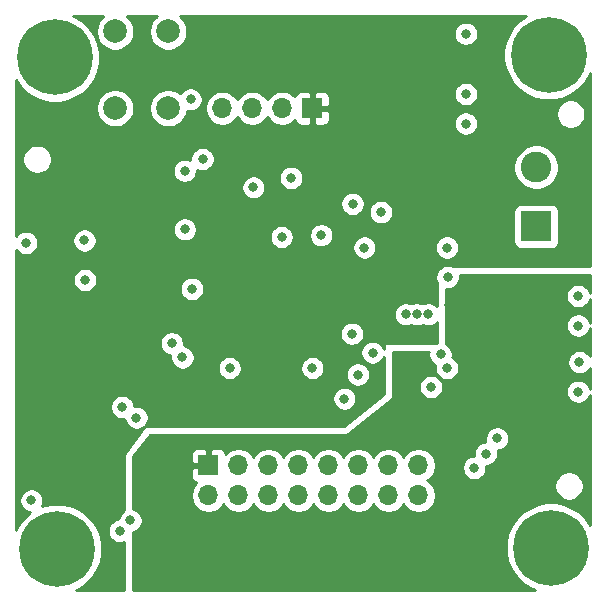
<source format=gbr>
%TF.GenerationSoftware,KiCad,Pcbnew,(5.1.9)-1*%
%TF.CreationDate,2021-11-15T23:12:41-03:00*%
%TF.ProjectId,RepeaterBoard,52657065-6174-4657-9242-6f6172642e6b,rev?*%
%TF.SameCoordinates,Original*%
%TF.FileFunction,Copper,L3,Inr*%
%TF.FilePolarity,Positive*%
%FSLAX46Y46*%
G04 Gerber Fmt 4.6, Leading zero omitted, Abs format (unit mm)*
G04 Created by KiCad (PCBNEW (5.1.9)-1) date 2021-11-15 23:12:41*
%MOMM*%
%LPD*%
G01*
G04 APERTURE LIST*
%TA.AperFunction,ComponentPad*%
%ADD10C,2.600000*%
%TD*%
%TA.AperFunction,ComponentPad*%
%ADD11R,2.600000X2.600000*%
%TD*%
%TA.AperFunction,ComponentPad*%
%ADD12R,1.700000X1.700000*%
%TD*%
%TA.AperFunction,ComponentPad*%
%ADD13O,1.700000X1.700000*%
%TD*%
%TA.AperFunction,ComponentPad*%
%ADD14C,2.000000*%
%TD*%
%TA.AperFunction,ComponentPad*%
%ADD15C,0.800000*%
%TD*%
%TA.AperFunction,ComponentPad*%
%ADD16C,6.400000*%
%TD*%
%TA.AperFunction,ViaPad*%
%ADD17C,0.800000*%
%TD*%
%TA.AperFunction,Conductor*%
%ADD18C,0.254000*%
%TD*%
%TA.AperFunction,Conductor*%
%ADD19C,0.100000*%
%TD*%
G04 APERTURE END LIST*
D10*
%TO.N,GND*%
%TO.C,J1*%
X77750000Y-39500000D03*
D11*
%TO.N,RX_RS232*%
X77750000Y-44500000D03*
%TD*%
D12*
%TO.N,+3V3*%
%TO.C,J2*%
X58800000Y-34500000D03*
D13*
%TO.N,I2C1_SCL*%
X56260000Y-34500000D03*
%TO.N,I2C1_SDA*%
X53720000Y-34500000D03*
%TO.N,GND*%
X51180000Y-34500000D03*
%TD*%
D12*
%TO.N,+5V*%
%TO.C,J3*%
X50000000Y-64750000D03*
D13*
%TO.N,ANODE_C_5V*%
X50000000Y-67290000D03*
%TO.N,DIGIT_1*%
X52540000Y-64750000D03*
%TO.N,ANODE_B_5V*%
X52540000Y-67290000D03*
%TO.N,DIGIT_2*%
X55080000Y-64750000D03*
%TO.N,ANODE_A_5V*%
X55080000Y-67290000D03*
%TO.N,DIGIT_3*%
X57620000Y-64750000D03*
%TO.N,ANODE_D_5V*%
X57620000Y-67290000D03*
%TO.N,DIGIT_4*%
X60160000Y-64750000D03*
%TO.N,ANODE_E_5V*%
X60160000Y-67290000D03*
%TO.N,DIGIT_5*%
X62700000Y-64750000D03*
%TO.N,ANODE_F_5V*%
X62700000Y-67290000D03*
%TO.N,DIGIT_6*%
X65240000Y-64750000D03*
%TO.N,ANODE_G_5V*%
X65240000Y-67290000D03*
%TO.N,GND*%
X67780000Y-64750000D03*
%TO.N,ANODE_DP*%
X67780000Y-67290000D03*
%TD*%
D14*
%TO.N,GND*%
%TO.C,SW1*%
X46600000Y-34500000D03*
%TO.N,NRST*%
X42100000Y-34500000D03*
%TO.N,GND*%
X46600000Y-28000000D03*
%TO.N,NRST*%
X42100000Y-28000000D03*
%TD*%
D15*
%TO.N,GND*%
%TO.C,H1*%
X38697056Y-28502944D03*
X37000000Y-27800000D03*
X35302944Y-28502944D03*
X34600000Y-30200000D03*
X35302944Y-31897056D03*
X37000000Y-32600000D03*
X38697056Y-31897056D03*
X39400000Y-30200000D03*
D16*
X37000000Y-30200000D03*
%TD*%
%TO.N,GND*%
%TO.C,H2*%
X78800000Y-30000000D03*
D15*
X81200000Y-30000000D03*
X80497056Y-31697056D03*
X78800000Y-32400000D03*
X77102944Y-31697056D03*
X76400000Y-30000000D03*
X77102944Y-28302944D03*
X78800000Y-27600000D03*
X80497056Y-28302944D03*
%TD*%
%TO.N,GND*%
%TO.C,H3*%
X38897056Y-70102944D03*
X37200000Y-69400000D03*
X35502944Y-70102944D03*
X34800000Y-71800000D03*
X35502944Y-73497056D03*
X37200000Y-74200000D03*
X38897056Y-73497056D03*
X39600000Y-71800000D03*
D16*
X37200000Y-71800000D03*
%TD*%
%TO.N,GND*%
%TO.C,H4*%
X79000000Y-71700000D03*
D15*
X81400000Y-71700000D03*
X80697056Y-73397056D03*
X79000000Y-74100000D03*
X77302944Y-73397056D03*
X76600000Y-71700000D03*
X77302944Y-70002944D03*
X79000000Y-69300000D03*
X80697056Y-70002944D03*
%TD*%
D17*
%TO.N,+5V*%
X46900000Y-62800000D03*
X46900000Y-64800000D03*
X50100000Y-63200000D03*
X70200000Y-59000000D03*
X45400000Y-69400000D03*
X70350000Y-51200000D03*
X69600000Y-59800000D03*
%TO.N,GND*%
X71800000Y-33300000D03*
X48000000Y-44750000D03*
X71800000Y-28200000D03*
X71800000Y-35800000D03*
X58800000Y-56500000D03*
X48000000Y-39800000D03*
X49500000Y-38800000D03*
X53800000Y-41200000D03*
X39550000Y-49050000D03*
X39500000Y-45700000D03*
X47800000Y-55600000D03*
X46900000Y-54400000D03*
X48600000Y-49800000D03*
X51800000Y-56500000D03*
X70200000Y-56500000D03*
X81300000Y-58500000D03*
X81300000Y-50400000D03*
X81300000Y-52900000D03*
X81400000Y-56000000D03*
X42700000Y-59800000D03*
X43900000Y-60700000D03*
X35000000Y-67700000D03*
X61500000Y-59100000D03*
X48500000Y-33750000D03*
X34550000Y-45900000D03*
X43400000Y-69400000D03*
X42500000Y-70300000D03*
X63200000Y-46300000D03*
X63900000Y-55200000D03*
X70200000Y-46300000D03*
X70250000Y-48800000D03*
X64600000Y-43300000D03*
X68850000Y-58100000D03*
X69650000Y-55350000D03*
%TO.N,+3V3*%
X63500000Y-58450000D03*
X64150000Y-50850000D03*
X70950000Y-44550000D03*
X50100000Y-44000000D03*
X61400000Y-56500000D03*
X48800000Y-57800000D03*
X49800000Y-58800000D03*
X39000000Y-66500000D03*
X36250000Y-45900000D03*
X35300000Y-57200000D03*
X37800000Y-62100000D03*
X40100000Y-57300000D03*
X57600000Y-37000000D03*
X52200000Y-37000000D03*
X51300000Y-38800000D03*
X51300000Y-41500000D03*
X53400000Y-57300000D03*
X71850000Y-38400000D03*
X63200000Y-43900000D03*
X68900000Y-53700000D03*
%TO.N,NRST*%
X56200000Y-45400000D03*
X57000000Y-40400000D03*
%TO.N,STATUS*%
X59550000Y-45250000D03*
X62200000Y-42600000D03*
%TO.N,ANODE_DP*%
X62150000Y-53600000D03*
X62650000Y-57050000D03*
%TO.N,ANODE_A_5V*%
X66700000Y-51950000D03*
X72500000Y-64950000D03*
%TO.N,ANODE_B_5V*%
X67650000Y-51950000D03*
X73500000Y-63750000D03*
%TO.N,ANODE_C_5V*%
X68600000Y-51950000D03*
X74450000Y-62450000D03*
%TD*%
D18*
%TO.N,+3V3*%
X41062848Y-26736227D02*
X40836227Y-26962848D01*
X40658172Y-27229327D01*
X40535525Y-27525422D01*
X40473000Y-27839755D01*
X40473000Y-28160245D01*
X40535525Y-28474578D01*
X40658172Y-28770673D01*
X40836227Y-29037152D01*
X41062848Y-29263773D01*
X41329327Y-29441828D01*
X41625422Y-29564475D01*
X41939755Y-29627000D01*
X42260245Y-29627000D01*
X42574578Y-29564475D01*
X42870673Y-29441828D01*
X43137152Y-29263773D01*
X43363773Y-29037152D01*
X43541828Y-28770673D01*
X43664475Y-28474578D01*
X43727000Y-28160245D01*
X43727000Y-27839755D01*
X43664475Y-27525422D01*
X43541828Y-27229327D01*
X43363773Y-26962848D01*
X43137152Y-26736227D01*
X43085928Y-26702000D01*
X45614072Y-26702000D01*
X45562848Y-26736227D01*
X45336227Y-26962848D01*
X45158172Y-27229327D01*
X45035525Y-27525422D01*
X44973000Y-27839755D01*
X44973000Y-28160245D01*
X45035525Y-28474578D01*
X45158172Y-28770673D01*
X45336227Y-29037152D01*
X45562848Y-29263773D01*
X45829327Y-29441828D01*
X46125422Y-29564475D01*
X46439755Y-29627000D01*
X46760245Y-29627000D01*
X47074578Y-29564475D01*
X47370673Y-29441828D01*
X47637152Y-29263773D01*
X47863773Y-29037152D01*
X48041828Y-28770673D01*
X48164475Y-28474578D01*
X48227000Y-28160245D01*
X48227000Y-28098849D01*
X70773000Y-28098849D01*
X70773000Y-28301151D01*
X70812467Y-28499565D01*
X70889885Y-28686467D01*
X71002277Y-28854674D01*
X71145326Y-28997723D01*
X71313533Y-29110115D01*
X71500435Y-29187533D01*
X71698849Y-29227000D01*
X71901151Y-29227000D01*
X72099565Y-29187533D01*
X72286467Y-29110115D01*
X72454674Y-28997723D01*
X72597723Y-28854674D01*
X72710115Y-28686467D01*
X72787533Y-28499565D01*
X72827000Y-28301151D01*
X72827000Y-28098849D01*
X72787533Y-27900435D01*
X72710115Y-27713533D01*
X72597723Y-27545326D01*
X72454674Y-27402277D01*
X72286467Y-27289885D01*
X72099565Y-27212467D01*
X71901151Y-27173000D01*
X71698849Y-27173000D01*
X71500435Y-27212467D01*
X71313533Y-27289885D01*
X71145326Y-27402277D01*
X71002277Y-27545326D01*
X70889885Y-27713533D01*
X70812467Y-27900435D01*
X70773000Y-28098849D01*
X48227000Y-28098849D01*
X48227000Y-27839755D01*
X48164475Y-27525422D01*
X48041828Y-27229327D01*
X47863773Y-26962848D01*
X47637152Y-26736227D01*
X47585928Y-26702000D01*
X76847389Y-26702000D01*
X76360430Y-27027375D01*
X75827375Y-27560430D01*
X75408557Y-28187236D01*
X75120070Y-28883705D01*
X74973000Y-29623073D01*
X74973000Y-30376927D01*
X75120070Y-31116295D01*
X75408557Y-31812764D01*
X75827375Y-32439570D01*
X76360430Y-32972625D01*
X76987236Y-33391443D01*
X77683705Y-33679930D01*
X78423073Y-33827000D01*
X79176927Y-33827000D01*
X79916295Y-33679930D01*
X80612764Y-33391443D01*
X81239570Y-32972625D01*
X81772625Y-32439570D01*
X82191443Y-31812764D01*
X82298001Y-31555510D01*
X82298001Y-47873000D01*
X70750000Y-47873000D01*
X70725224Y-47875440D01*
X70711583Y-47879578D01*
X70549565Y-47812467D01*
X70351151Y-47773000D01*
X70148849Y-47773000D01*
X69950435Y-47812467D01*
X69763533Y-47889885D01*
X69595326Y-48002277D01*
X69452277Y-48145326D01*
X69339885Y-48313533D01*
X69262467Y-48500435D01*
X69223000Y-48698849D01*
X69223000Y-48901151D01*
X69262467Y-49099565D01*
X69339885Y-49286467D01*
X69373000Y-49336027D01*
X69373000Y-50875006D01*
X69362467Y-50900435D01*
X69323000Y-51098849D01*
X69323000Y-51220603D01*
X69254674Y-51152277D01*
X69086467Y-51039885D01*
X68899565Y-50962467D01*
X68701151Y-50923000D01*
X68498849Y-50923000D01*
X68300435Y-50962467D01*
X68125000Y-51035135D01*
X67949565Y-50962467D01*
X67751151Y-50923000D01*
X67548849Y-50923000D01*
X67350435Y-50962467D01*
X67175000Y-51035135D01*
X66999565Y-50962467D01*
X66801151Y-50923000D01*
X66598849Y-50923000D01*
X66400435Y-50962467D01*
X66213533Y-51039885D01*
X66045326Y-51152277D01*
X65902277Y-51295326D01*
X65789885Y-51463533D01*
X65712467Y-51650435D01*
X65673000Y-51848849D01*
X65673000Y-52051151D01*
X65712467Y-52249565D01*
X65789885Y-52436467D01*
X65902277Y-52604674D01*
X66045326Y-52747723D01*
X66213533Y-52860115D01*
X66400435Y-52937533D01*
X66598849Y-52977000D01*
X66801151Y-52977000D01*
X66999565Y-52937533D01*
X67175000Y-52864865D01*
X67350435Y-52937533D01*
X67548849Y-52977000D01*
X67751151Y-52977000D01*
X67949565Y-52937533D01*
X68125000Y-52864865D01*
X68300435Y-52937533D01*
X68498849Y-52977000D01*
X68701151Y-52977000D01*
X68899565Y-52937533D01*
X69086467Y-52860115D01*
X69254674Y-52747723D01*
X69373000Y-52629397D01*
X69373000Y-54357979D01*
X69350435Y-54362467D01*
X69325006Y-54373000D01*
X65000000Y-54373000D01*
X64975224Y-54375440D01*
X64951399Y-54382667D01*
X64929443Y-54394403D01*
X64910197Y-54410197D01*
X64894403Y-54429443D01*
X64882667Y-54451399D01*
X64875440Y-54475224D01*
X64873000Y-54500000D01*
X64873000Y-54865350D01*
X64810115Y-54713533D01*
X64697723Y-54545326D01*
X64554674Y-54402277D01*
X64386467Y-54289885D01*
X64199565Y-54212467D01*
X64001151Y-54173000D01*
X63798849Y-54173000D01*
X63600435Y-54212467D01*
X63413533Y-54289885D01*
X63245326Y-54402277D01*
X63102277Y-54545326D01*
X62989885Y-54713533D01*
X62912467Y-54900435D01*
X62873000Y-55098849D01*
X62873000Y-55301151D01*
X62912467Y-55499565D01*
X62989885Y-55686467D01*
X63102277Y-55854674D01*
X63245326Y-55997723D01*
X63413533Y-56110115D01*
X63600435Y-56187533D01*
X63798849Y-56227000D01*
X64001151Y-56227000D01*
X64199565Y-56187533D01*
X64386467Y-56110115D01*
X64554674Y-55997723D01*
X64697723Y-55854674D01*
X64810115Y-55686467D01*
X64873000Y-55534650D01*
X64873000Y-58688274D01*
X61456076Y-61373000D01*
X44700000Y-61373000D01*
X44677146Y-61375251D01*
X44697723Y-61354674D01*
X44810115Y-61186467D01*
X44887533Y-60999565D01*
X44927000Y-60801151D01*
X44927000Y-60598849D01*
X44887533Y-60400435D01*
X44810115Y-60213533D01*
X44697723Y-60045326D01*
X44554674Y-59902277D01*
X44386467Y-59789885D01*
X44199565Y-59712467D01*
X44001151Y-59673000D01*
X43798849Y-59673000D01*
X43724789Y-59687732D01*
X43687533Y-59500435D01*
X43610115Y-59313533D01*
X43497723Y-59145326D01*
X43354674Y-59002277D01*
X43349544Y-58998849D01*
X60473000Y-58998849D01*
X60473000Y-59201151D01*
X60512467Y-59399565D01*
X60589885Y-59586467D01*
X60702277Y-59754674D01*
X60845326Y-59897723D01*
X61013533Y-60010115D01*
X61200435Y-60087533D01*
X61398849Y-60127000D01*
X61601151Y-60127000D01*
X61799565Y-60087533D01*
X61986467Y-60010115D01*
X62154674Y-59897723D01*
X62297723Y-59754674D01*
X62410115Y-59586467D01*
X62487533Y-59399565D01*
X62527000Y-59201151D01*
X62527000Y-58998849D01*
X62487533Y-58800435D01*
X62410115Y-58613533D01*
X62297723Y-58445326D01*
X62154674Y-58302277D01*
X61986467Y-58189885D01*
X61799565Y-58112467D01*
X61601151Y-58073000D01*
X61398849Y-58073000D01*
X61200435Y-58112467D01*
X61013533Y-58189885D01*
X60845326Y-58302277D01*
X60702277Y-58445326D01*
X60589885Y-58613533D01*
X60512467Y-58800435D01*
X60473000Y-58998849D01*
X43349544Y-58998849D01*
X43186467Y-58889885D01*
X42999565Y-58812467D01*
X42801151Y-58773000D01*
X42598849Y-58773000D01*
X42400435Y-58812467D01*
X42213533Y-58889885D01*
X42045326Y-59002277D01*
X41902277Y-59145326D01*
X41789885Y-59313533D01*
X41712467Y-59500435D01*
X41673000Y-59698849D01*
X41673000Y-59901151D01*
X41712467Y-60099565D01*
X41789885Y-60286467D01*
X41902277Y-60454674D01*
X42045326Y-60597723D01*
X42213533Y-60710115D01*
X42400435Y-60787533D01*
X42598849Y-60827000D01*
X42801151Y-60827000D01*
X42875211Y-60812268D01*
X42912467Y-60999565D01*
X42989885Y-61186467D01*
X43102277Y-61354674D01*
X43245326Y-61497723D01*
X43413533Y-61610115D01*
X43600435Y-61687533D01*
X43798849Y-61727000D01*
X44001151Y-61727000D01*
X44199565Y-61687533D01*
X44386467Y-61610115D01*
X44533105Y-61512135D01*
X42897870Y-63724512D01*
X42885105Y-63745887D01*
X42876756Y-63769342D01*
X42873000Y-63800000D01*
X42873000Y-68516968D01*
X42745326Y-68602277D01*
X42602277Y-68745326D01*
X42489885Y-68913533D01*
X42412467Y-69100435D01*
X42377289Y-69277289D01*
X42200435Y-69312467D01*
X42013533Y-69389885D01*
X41845326Y-69502277D01*
X41702277Y-69645326D01*
X41589885Y-69813533D01*
X41512467Y-70000435D01*
X41473000Y-70198849D01*
X41473000Y-70401151D01*
X41512467Y-70599565D01*
X41589885Y-70786467D01*
X41702277Y-70954674D01*
X41845326Y-71097723D01*
X42013533Y-71210115D01*
X42200435Y-71287533D01*
X42398849Y-71327000D01*
X42601151Y-71327000D01*
X42799565Y-71287533D01*
X42873000Y-71257115D01*
X42873000Y-75298000D01*
X38755513Y-75298000D01*
X39012764Y-75191443D01*
X39639570Y-74772625D01*
X40172625Y-74239570D01*
X40591443Y-73612764D01*
X40879930Y-72916295D01*
X41027000Y-72176927D01*
X41027000Y-71423073D01*
X40879930Y-70683705D01*
X40591443Y-69987236D01*
X40172625Y-69360430D01*
X39639570Y-68827375D01*
X39012764Y-68408557D01*
X38316295Y-68120070D01*
X37576927Y-67973000D01*
X36823073Y-67973000D01*
X36083705Y-68120070D01*
X35905028Y-68194081D01*
X35910115Y-68186467D01*
X35987533Y-67999565D01*
X36027000Y-67801151D01*
X36027000Y-67598849D01*
X35987533Y-67400435D01*
X35910115Y-67213533D01*
X35797723Y-67045326D01*
X35654674Y-66902277D01*
X35486467Y-66789885D01*
X35299565Y-66712467D01*
X35101151Y-66673000D01*
X34898849Y-66673000D01*
X34700435Y-66712467D01*
X34513533Y-66789885D01*
X34345326Y-66902277D01*
X34202277Y-67045326D01*
X34089885Y-67213533D01*
X34012467Y-67400435D01*
X33973000Y-67598849D01*
X33973000Y-67801151D01*
X34012467Y-67999565D01*
X34089885Y-68186467D01*
X34202277Y-68354674D01*
X34345326Y-68497723D01*
X34513533Y-68610115D01*
X34700435Y-68687533D01*
X34898849Y-68727000D01*
X34910652Y-68727000D01*
X34760430Y-68827375D01*
X34227375Y-69360430D01*
X33808557Y-69987236D01*
X33702000Y-70244487D01*
X33702000Y-54298849D01*
X45873000Y-54298849D01*
X45873000Y-54501151D01*
X45912467Y-54699565D01*
X45989885Y-54886467D01*
X46102277Y-55054674D01*
X46245326Y-55197723D01*
X46413533Y-55310115D01*
X46600435Y-55387533D01*
X46787732Y-55424789D01*
X46773000Y-55498849D01*
X46773000Y-55701151D01*
X46812467Y-55899565D01*
X46889885Y-56086467D01*
X47002277Y-56254674D01*
X47145326Y-56397723D01*
X47313533Y-56510115D01*
X47500435Y-56587533D01*
X47698849Y-56627000D01*
X47901151Y-56627000D01*
X48099565Y-56587533D01*
X48286467Y-56510115D01*
X48452988Y-56398849D01*
X50773000Y-56398849D01*
X50773000Y-56601151D01*
X50812467Y-56799565D01*
X50889885Y-56986467D01*
X51002277Y-57154674D01*
X51145326Y-57297723D01*
X51313533Y-57410115D01*
X51500435Y-57487533D01*
X51698849Y-57527000D01*
X51901151Y-57527000D01*
X52099565Y-57487533D01*
X52286467Y-57410115D01*
X52454674Y-57297723D01*
X52597723Y-57154674D01*
X52710115Y-56986467D01*
X52787533Y-56799565D01*
X52827000Y-56601151D01*
X52827000Y-56398849D01*
X57773000Y-56398849D01*
X57773000Y-56601151D01*
X57812467Y-56799565D01*
X57889885Y-56986467D01*
X58002277Y-57154674D01*
X58145326Y-57297723D01*
X58313533Y-57410115D01*
X58500435Y-57487533D01*
X58698849Y-57527000D01*
X58901151Y-57527000D01*
X59099565Y-57487533D01*
X59286467Y-57410115D01*
X59454674Y-57297723D01*
X59597723Y-57154674D01*
X59710115Y-56986467D01*
X59725697Y-56948849D01*
X61623000Y-56948849D01*
X61623000Y-57151151D01*
X61662467Y-57349565D01*
X61739885Y-57536467D01*
X61852277Y-57704674D01*
X61995326Y-57847723D01*
X62163533Y-57960115D01*
X62350435Y-58037533D01*
X62548849Y-58077000D01*
X62751151Y-58077000D01*
X62949565Y-58037533D01*
X63136467Y-57960115D01*
X63304674Y-57847723D01*
X63447723Y-57704674D01*
X63560115Y-57536467D01*
X63637533Y-57349565D01*
X63677000Y-57151151D01*
X63677000Y-56948849D01*
X63637533Y-56750435D01*
X63560115Y-56563533D01*
X63447723Y-56395326D01*
X63304674Y-56252277D01*
X63136467Y-56139885D01*
X62949565Y-56062467D01*
X62751151Y-56023000D01*
X62548849Y-56023000D01*
X62350435Y-56062467D01*
X62163533Y-56139885D01*
X61995326Y-56252277D01*
X61852277Y-56395326D01*
X61739885Y-56563533D01*
X61662467Y-56750435D01*
X61623000Y-56948849D01*
X59725697Y-56948849D01*
X59787533Y-56799565D01*
X59827000Y-56601151D01*
X59827000Y-56398849D01*
X59787533Y-56200435D01*
X59710115Y-56013533D01*
X59597723Y-55845326D01*
X59454674Y-55702277D01*
X59286467Y-55589885D01*
X59099565Y-55512467D01*
X58901151Y-55473000D01*
X58698849Y-55473000D01*
X58500435Y-55512467D01*
X58313533Y-55589885D01*
X58145326Y-55702277D01*
X58002277Y-55845326D01*
X57889885Y-56013533D01*
X57812467Y-56200435D01*
X57773000Y-56398849D01*
X52827000Y-56398849D01*
X52787533Y-56200435D01*
X52710115Y-56013533D01*
X52597723Y-55845326D01*
X52454674Y-55702277D01*
X52286467Y-55589885D01*
X52099565Y-55512467D01*
X51901151Y-55473000D01*
X51698849Y-55473000D01*
X51500435Y-55512467D01*
X51313533Y-55589885D01*
X51145326Y-55702277D01*
X51002277Y-55845326D01*
X50889885Y-56013533D01*
X50812467Y-56200435D01*
X50773000Y-56398849D01*
X48452988Y-56398849D01*
X48454674Y-56397723D01*
X48597723Y-56254674D01*
X48710115Y-56086467D01*
X48787533Y-55899565D01*
X48827000Y-55701151D01*
X48827000Y-55498849D01*
X48787533Y-55300435D01*
X48710115Y-55113533D01*
X48597723Y-54945326D01*
X48454674Y-54802277D01*
X48286467Y-54689885D01*
X48099565Y-54612467D01*
X47912268Y-54575211D01*
X47927000Y-54501151D01*
X47927000Y-54298849D01*
X47887533Y-54100435D01*
X47810115Y-53913533D01*
X47697723Y-53745326D01*
X47554674Y-53602277D01*
X47399883Y-53498849D01*
X61123000Y-53498849D01*
X61123000Y-53701151D01*
X61162467Y-53899565D01*
X61239885Y-54086467D01*
X61352277Y-54254674D01*
X61495326Y-54397723D01*
X61663533Y-54510115D01*
X61850435Y-54587533D01*
X62048849Y-54627000D01*
X62251151Y-54627000D01*
X62449565Y-54587533D01*
X62636467Y-54510115D01*
X62804674Y-54397723D01*
X62947723Y-54254674D01*
X63060115Y-54086467D01*
X63137533Y-53899565D01*
X63177000Y-53701151D01*
X63177000Y-53498849D01*
X63137533Y-53300435D01*
X63060115Y-53113533D01*
X62947723Y-52945326D01*
X62804674Y-52802277D01*
X62636467Y-52689885D01*
X62449565Y-52612467D01*
X62251151Y-52573000D01*
X62048849Y-52573000D01*
X61850435Y-52612467D01*
X61663533Y-52689885D01*
X61495326Y-52802277D01*
X61352277Y-52945326D01*
X61239885Y-53113533D01*
X61162467Y-53300435D01*
X61123000Y-53498849D01*
X47399883Y-53498849D01*
X47386467Y-53489885D01*
X47199565Y-53412467D01*
X47001151Y-53373000D01*
X46798849Y-53373000D01*
X46600435Y-53412467D01*
X46413533Y-53489885D01*
X46245326Y-53602277D01*
X46102277Y-53745326D01*
X45989885Y-53913533D01*
X45912467Y-54100435D01*
X45873000Y-54298849D01*
X33702000Y-54298849D01*
X33702000Y-48948849D01*
X38523000Y-48948849D01*
X38523000Y-49151151D01*
X38562467Y-49349565D01*
X38639885Y-49536467D01*
X38752277Y-49704674D01*
X38895326Y-49847723D01*
X39063533Y-49960115D01*
X39250435Y-50037533D01*
X39448849Y-50077000D01*
X39651151Y-50077000D01*
X39849565Y-50037533D01*
X40036467Y-49960115D01*
X40204674Y-49847723D01*
X40347723Y-49704674D01*
X40351615Y-49698849D01*
X47573000Y-49698849D01*
X47573000Y-49901151D01*
X47612467Y-50099565D01*
X47689885Y-50286467D01*
X47802277Y-50454674D01*
X47945326Y-50597723D01*
X48113533Y-50710115D01*
X48300435Y-50787533D01*
X48498849Y-50827000D01*
X48701151Y-50827000D01*
X48899565Y-50787533D01*
X49086467Y-50710115D01*
X49254674Y-50597723D01*
X49397723Y-50454674D01*
X49510115Y-50286467D01*
X49587533Y-50099565D01*
X49627000Y-49901151D01*
X49627000Y-49698849D01*
X49587533Y-49500435D01*
X49510115Y-49313533D01*
X49397723Y-49145326D01*
X49254674Y-49002277D01*
X49086467Y-48889885D01*
X48899565Y-48812467D01*
X48701151Y-48773000D01*
X48498849Y-48773000D01*
X48300435Y-48812467D01*
X48113533Y-48889885D01*
X47945326Y-49002277D01*
X47802277Y-49145326D01*
X47689885Y-49313533D01*
X47612467Y-49500435D01*
X47573000Y-49698849D01*
X40351615Y-49698849D01*
X40460115Y-49536467D01*
X40537533Y-49349565D01*
X40577000Y-49151151D01*
X40577000Y-48948849D01*
X40537533Y-48750435D01*
X40460115Y-48563533D01*
X40347723Y-48395326D01*
X40204674Y-48252277D01*
X40036467Y-48139885D01*
X39849565Y-48062467D01*
X39651151Y-48023000D01*
X39448849Y-48023000D01*
X39250435Y-48062467D01*
X39063533Y-48139885D01*
X38895326Y-48252277D01*
X38752277Y-48395326D01*
X38639885Y-48563533D01*
X38562467Y-48750435D01*
X38523000Y-48948849D01*
X33702000Y-48948849D01*
X33702000Y-46479429D01*
X33752277Y-46554674D01*
X33895326Y-46697723D01*
X34063533Y-46810115D01*
X34250435Y-46887533D01*
X34448849Y-46927000D01*
X34651151Y-46927000D01*
X34849565Y-46887533D01*
X35036467Y-46810115D01*
X35204674Y-46697723D01*
X35347723Y-46554674D01*
X35460115Y-46386467D01*
X35537533Y-46199565D01*
X35577000Y-46001151D01*
X35577000Y-45798849D01*
X35537533Y-45600435D01*
X35536877Y-45598849D01*
X38473000Y-45598849D01*
X38473000Y-45801151D01*
X38512467Y-45999565D01*
X38589885Y-46186467D01*
X38702277Y-46354674D01*
X38845326Y-46497723D01*
X39013533Y-46610115D01*
X39200435Y-46687533D01*
X39398849Y-46727000D01*
X39601151Y-46727000D01*
X39799565Y-46687533D01*
X39986467Y-46610115D01*
X40154674Y-46497723D01*
X40297723Y-46354674D01*
X40410115Y-46186467D01*
X40487533Y-45999565D01*
X40527000Y-45801151D01*
X40527000Y-45598849D01*
X40487533Y-45400435D01*
X40410115Y-45213533D01*
X40297723Y-45045326D01*
X40154674Y-44902277D01*
X39986467Y-44789885D01*
X39799565Y-44712467D01*
X39601151Y-44673000D01*
X39398849Y-44673000D01*
X39200435Y-44712467D01*
X39013533Y-44789885D01*
X38845326Y-44902277D01*
X38702277Y-45045326D01*
X38589885Y-45213533D01*
X38512467Y-45400435D01*
X38473000Y-45598849D01*
X35536877Y-45598849D01*
X35460115Y-45413533D01*
X35347723Y-45245326D01*
X35204674Y-45102277D01*
X35036467Y-44989885D01*
X34849565Y-44912467D01*
X34651151Y-44873000D01*
X34448849Y-44873000D01*
X34250435Y-44912467D01*
X34063533Y-44989885D01*
X33895326Y-45102277D01*
X33752277Y-45245326D01*
X33702000Y-45320571D01*
X33702000Y-44648849D01*
X46973000Y-44648849D01*
X46973000Y-44851151D01*
X47012467Y-45049565D01*
X47089885Y-45236467D01*
X47202277Y-45404674D01*
X47345326Y-45547723D01*
X47513533Y-45660115D01*
X47700435Y-45737533D01*
X47898849Y-45777000D01*
X48101151Y-45777000D01*
X48299565Y-45737533D01*
X48486467Y-45660115D01*
X48654674Y-45547723D01*
X48797723Y-45404674D01*
X48868432Y-45298849D01*
X55173000Y-45298849D01*
X55173000Y-45501151D01*
X55212467Y-45699565D01*
X55289885Y-45886467D01*
X55402277Y-46054674D01*
X55545326Y-46197723D01*
X55713533Y-46310115D01*
X55900435Y-46387533D01*
X56098849Y-46427000D01*
X56301151Y-46427000D01*
X56499565Y-46387533D01*
X56686467Y-46310115D01*
X56854674Y-46197723D01*
X56997723Y-46054674D01*
X57110115Y-45886467D01*
X57187533Y-45699565D01*
X57227000Y-45501151D01*
X57227000Y-45298849D01*
X57197164Y-45148849D01*
X58523000Y-45148849D01*
X58523000Y-45351151D01*
X58562467Y-45549565D01*
X58639885Y-45736467D01*
X58752277Y-45904674D01*
X58895326Y-46047723D01*
X59063533Y-46160115D01*
X59250435Y-46237533D01*
X59448849Y-46277000D01*
X59651151Y-46277000D01*
X59849565Y-46237533D01*
X59942955Y-46198849D01*
X62173000Y-46198849D01*
X62173000Y-46401151D01*
X62212467Y-46599565D01*
X62289885Y-46786467D01*
X62402277Y-46954674D01*
X62545326Y-47097723D01*
X62713533Y-47210115D01*
X62900435Y-47287533D01*
X63098849Y-47327000D01*
X63301151Y-47327000D01*
X63499565Y-47287533D01*
X63686467Y-47210115D01*
X63854674Y-47097723D01*
X63997723Y-46954674D01*
X64110115Y-46786467D01*
X64187533Y-46599565D01*
X64227000Y-46401151D01*
X64227000Y-46198849D01*
X69173000Y-46198849D01*
X69173000Y-46401151D01*
X69212467Y-46599565D01*
X69289885Y-46786467D01*
X69402277Y-46954674D01*
X69545326Y-47097723D01*
X69713533Y-47210115D01*
X69900435Y-47287533D01*
X70098849Y-47327000D01*
X70301151Y-47327000D01*
X70499565Y-47287533D01*
X70686467Y-47210115D01*
X70854674Y-47097723D01*
X70997723Y-46954674D01*
X71110115Y-46786467D01*
X71187533Y-46599565D01*
X71227000Y-46401151D01*
X71227000Y-46198849D01*
X71187533Y-46000435D01*
X71110115Y-45813533D01*
X70997723Y-45645326D01*
X70854674Y-45502277D01*
X70686467Y-45389885D01*
X70499565Y-45312467D01*
X70301151Y-45273000D01*
X70098849Y-45273000D01*
X69900435Y-45312467D01*
X69713533Y-45389885D01*
X69545326Y-45502277D01*
X69402277Y-45645326D01*
X69289885Y-45813533D01*
X69212467Y-46000435D01*
X69173000Y-46198849D01*
X64227000Y-46198849D01*
X64187533Y-46000435D01*
X64110115Y-45813533D01*
X63997723Y-45645326D01*
X63854674Y-45502277D01*
X63686467Y-45389885D01*
X63499565Y-45312467D01*
X63301151Y-45273000D01*
X63098849Y-45273000D01*
X62900435Y-45312467D01*
X62713533Y-45389885D01*
X62545326Y-45502277D01*
X62402277Y-45645326D01*
X62289885Y-45813533D01*
X62212467Y-46000435D01*
X62173000Y-46198849D01*
X59942955Y-46198849D01*
X60036467Y-46160115D01*
X60204674Y-46047723D01*
X60347723Y-45904674D01*
X60460115Y-45736467D01*
X60537533Y-45549565D01*
X60577000Y-45351151D01*
X60577000Y-45148849D01*
X60537533Y-44950435D01*
X60460115Y-44763533D01*
X60347723Y-44595326D01*
X60204674Y-44452277D01*
X60036467Y-44339885D01*
X59849565Y-44262467D01*
X59651151Y-44223000D01*
X59448849Y-44223000D01*
X59250435Y-44262467D01*
X59063533Y-44339885D01*
X58895326Y-44452277D01*
X58752277Y-44595326D01*
X58639885Y-44763533D01*
X58562467Y-44950435D01*
X58523000Y-45148849D01*
X57197164Y-45148849D01*
X57187533Y-45100435D01*
X57110115Y-44913533D01*
X56997723Y-44745326D01*
X56854674Y-44602277D01*
X56686467Y-44489885D01*
X56499565Y-44412467D01*
X56301151Y-44373000D01*
X56098849Y-44373000D01*
X55900435Y-44412467D01*
X55713533Y-44489885D01*
X55545326Y-44602277D01*
X55402277Y-44745326D01*
X55289885Y-44913533D01*
X55212467Y-45100435D01*
X55173000Y-45298849D01*
X48868432Y-45298849D01*
X48910115Y-45236467D01*
X48987533Y-45049565D01*
X49027000Y-44851151D01*
X49027000Y-44648849D01*
X48987533Y-44450435D01*
X48910115Y-44263533D01*
X48797723Y-44095326D01*
X48654674Y-43952277D01*
X48486467Y-43839885D01*
X48299565Y-43762467D01*
X48101151Y-43723000D01*
X47898849Y-43723000D01*
X47700435Y-43762467D01*
X47513533Y-43839885D01*
X47345326Y-43952277D01*
X47202277Y-44095326D01*
X47089885Y-44263533D01*
X47012467Y-44450435D01*
X46973000Y-44648849D01*
X33702000Y-44648849D01*
X33702000Y-42498849D01*
X61173000Y-42498849D01*
X61173000Y-42701151D01*
X61212467Y-42899565D01*
X61289885Y-43086467D01*
X61402277Y-43254674D01*
X61545326Y-43397723D01*
X61713533Y-43510115D01*
X61900435Y-43587533D01*
X62098849Y-43627000D01*
X62301151Y-43627000D01*
X62499565Y-43587533D01*
X62686467Y-43510115D01*
X62854674Y-43397723D01*
X62997723Y-43254674D01*
X63035023Y-43198849D01*
X63573000Y-43198849D01*
X63573000Y-43401151D01*
X63612467Y-43599565D01*
X63689885Y-43786467D01*
X63802277Y-43954674D01*
X63945326Y-44097723D01*
X64113533Y-44210115D01*
X64300435Y-44287533D01*
X64498849Y-44327000D01*
X64701151Y-44327000D01*
X64899565Y-44287533D01*
X65086467Y-44210115D01*
X65254674Y-44097723D01*
X65397723Y-43954674D01*
X65510115Y-43786467D01*
X65587533Y-43599565D01*
X65627000Y-43401151D01*
X65627000Y-43200000D01*
X75819967Y-43200000D01*
X75819967Y-45800000D01*
X75832073Y-45922913D01*
X75867925Y-46041103D01*
X75926147Y-46150028D01*
X76004499Y-46245501D01*
X76099972Y-46323853D01*
X76208897Y-46382075D01*
X76327087Y-46417927D01*
X76450000Y-46430033D01*
X79050000Y-46430033D01*
X79172913Y-46417927D01*
X79291103Y-46382075D01*
X79400028Y-46323853D01*
X79495501Y-46245501D01*
X79573853Y-46150028D01*
X79632075Y-46041103D01*
X79667927Y-45922913D01*
X79680033Y-45800000D01*
X79680033Y-43200000D01*
X79667927Y-43077087D01*
X79632075Y-42958897D01*
X79573853Y-42849972D01*
X79495501Y-42754499D01*
X79400028Y-42676147D01*
X79291103Y-42617925D01*
X79172913Y-42582073D01*
X79050000Y-42569967D01*
X76450000Y-42569967D01*
X76327087Y-42582073D01*
X76208897Y-42617925D01*
X76099972Y-42676147D01*
X76004499Y-42754499D01*
X75926147Y-42849972D01*
X75867925Y-42958897D01*
X75832073Y-43077087D01*
X75819967Y-43200000D01*
X65627000Y-43200000D01*
X65627000Y-43198849D01*
X65587533Y-43000435D01*
X65510115Y-42813533D01*
X65397723Y-42645326D01*
X65254674Y-42502277D01*
X65086467Y-42389885D01*
X64899565Y-42312467D01*
X64701151Y-42273000D01*
X64498849Y-42273000D01*
X64300435Y-42312467D01*
X64113533Y-42389885D01*
X63945326Y-42502277D01*
X63802277Y-42645326D01*
X63689885Y-42813533D01*
X63612467Y-43000435D01*
X63573000Y-43198849D01*
X63035023Y-43198849D01*
X63110115Y-43086467D01*
X63187533Y-42899565D01*
X63227000Y-42701151D01*
X63227000Y-42498849D01*
X63187533Y-42300435D01*
X63110115Y-42113533D01*
X62997723Y-41945326D01*
X62854674Y-41802277D01*
X62686467Y-41689885D01*
X62499565Y-41612467D01*
X62301151Y-41573000D01*
X62098849Y-41573000D01*
X61900435Y-41612467D01*
X61713533Y-41689885D01*
X61545326Y-41802277D01*
X61402277Y-41945326D01*
X61289885Y-42113533D01*
X61212467Y-42300435D01*
X61173000Y-42498849D01*
X33702000Y-42498849D01*
X33702000Y-41098849D01*
X52773000Y-41098849D01*
X52773000Y-41301151D01*
X52812467Y-41499565D01*
X52889885Y-41686467D01*
X53002277Y-41854674D01*
X53145326Y-41997723D01*
X53313533Y-42110115D01*
X53500435Y-42187533D01*
X53698849Y-42227000D01*
X53901151Y-42227000D01*
X54099565Y-42187533D01*
X54286467Y-42110115D01*
X54454674Y-41997723D01*
X54597723Y-41854674D01*
X54710115Y-41686467D01*
X54787533Y-41499565D01*
X54827000Y-41301151D01*
X54827000Y-41098849D01*
X54787533Y-40900435D01*
X54710115Y-40713533D01*
X54597723Y-40545326D01*
X54454674Y-40402277D01*
X54299883Y-40298849D01*
X55973000Y-40298849D01*
X55973000Y-40501151D01*
X56012467Y-40699565D01*
X56089885Y-40886467D01*
X56202277Y-41054674D01*
X56345326Y-41197723D01*
X56513533Y-41310115D01*
X56700435Y-41387533D01*
X56898849Y-41427000D01*
X57101151Y-41427000D01*
X57299565Y-41387533D01*
X57486467Y-41310115D01*
X57654674Y-41197723D01*
X57797723Y-41054674D01*
X57910115Y-40886467D01*
X57987533Y-40699565D01*
X58027000Y-40501151D01*
X58027000Y-40298849D01*
X57987533Y-40100435D01*
X57910115Y-39913533D01*
X57797723Y-39745326D01*
X57654674Y-39602277D01*
X57486467Y-39489885D01*
X57299565Y-39412467D01*
X57101151Y-39373000D01*
X56898849Y-39373000D01*
X56700435Y-39412467D01*
X56513533Y-39489885D01*
X56345326Y-39602277D01*
X56202277Y-39745326D01*
X56089885Y-39913533D01*
X56012467Y-40100435D01*
X55973000Y-40298849D01*
X54299883Y-40298849D01*
X54286467Y-40289885D01*
X54099565Y-40212467D01*
X53901151Y-40173000D01*
X53698849Y-40173000D01*
X53500435Y-40212467D01*
X53313533Y-40289885D01*
X53145326Y-40402277D01*
X53002277Y-40545326D01*
X52889885Y-40713533D01*
X52812467Y-40900435D01*
X52773000Y-41098849D01*
X33702000Y-41098849D01*
X33702000Y-38701675D01*
X34258009Y-38701675D01*
X34258009Y-38946325D01*
X34305738Y-39186275D01*
X34399362Y-39412303D01*
X34535283Y-39615723D01*
X34708277Y-39788717D01*
X34911697Y-39924638D01*
X35137725Y-40018262D01*
X35377675Y-40065991D01*
X35622325Y-40065991D01*
X35862275Y-40018262D01*
X36088303Y-39924638D01*
X36291723Y-39788717D01*
X36381591Y-39698849D01*
X46973000Y-39698849D01*
X46973000Y-39901151D01*
X47012467Y-40099565D01*
X47089885Y-40286467D01*
X47202277Y-40454674D01*
X47345326Y-40597723D01*
X47513533Y-40710115D01*
X47700435Y-40787533D01*
X47898849Y-40827000D01*
X48101151Y-40827000D01*
X48299565Y-40787533D01*
X48486467Y-40710115D01*
X48654674Y-40597723D01*
X48797723Y-40454674D01*
X48910115Y-40286467D01*
X48987533Y-40099565D01*
X49027000Y-39901151D01*
X49027000Y-39715693D01*
X49200435Y-39787533D01*
X49398849Y-39827000D01*
X49601151Y-39827000D01*
X49799565Y-39787533D01*
X49986467Y-39710115D01*
X50154674Y-39597723D01*
X50297723Y-39454674D01*
X50394252Y-39310207D01*
X75823000Y-39310207D01*
X75823000Y-39689793D01*
X75897053Y-40062085D01*
X76042315Y-40412777D01*
X76253201Y-40728391D01*
X76521609Y-40996799D01*
X76837223Y-41207685D01*
X77187915Y-41352947D01*
X77560207Y-41427000D01*
X77939793Y-41427000D01*
X78312085Y-41352947D01*
X78662777Y-41207685D01*
X78978391Y-40996799D01*
X79246799Y-40728391D01*
X79457685Y-40412777D01*
X79602947Y-40062085D01*
X79677000Y-39689793D01*
X79677000Y-39310207D01*
X79602947Y-38937915D01*
X79457685Y-38587223D01*
X79246799Y-38271609D01*
X78978391Y-38003201D01*
X78662777Y-37792315D01*
X78312085Y-37647053D01*
X77939793Y-37573000D01*
X77560207Y-37573000D01*
X77187915Y-37647053D01*
X76837223Y-37792315D01*
X76521609Y-38003201D01*
X76253201Y-38271609D01*
X76042315Y-38587223D01*
X75897053Y-38937915D01*
X75823000Y-39310207D01*
X50394252Y-39310207D01*
X50410115Y-39286467D01*
X50487533Y-39099565D01*
X50527000Y-38901151D01*
X50527000Y-38698849D01*
X50487533Y-38500435D01*
X50410115Y-38313533D01*
X50297723Y-38145326D01*
X50154674Y-38002277D01*
X49986467Y-37889885D01*
X49799565Y-37812467D01*
X49601151Y-37773000D01*
X49398849Y-37773000D01*
X49200435Y-37812467D01*
X49013533Y-37889885D01*
X48845326Y-38002277D01*
X48702277Y-38145326D01*
X48589885Y-38313533D01*
X48512467Y-38500435D01*
X48473000Y-38698849D01*
X48473000Y-38884307D01*
X48299565Y-38812467D01*
X48101151Y-38773000D01*
X47898849Y-38773000D01*
X47700435Y-38812467D01*
X47513533Y-38889885D01*
X47345326Y-39002277D01*
X47202277Y-39145326D01*
X47089885Y-39313533D01*
X47012467Y-39500435D01*
X46973000Y-39698849D01*
X36381591Y-39698849D01*
X36464717Y-39615723D01*
X36600638Y-39412303D01*
X36694262Y-39186275D01*
X36741991Y-38946325D01*
X36741991Y-38701675D01*
X36694262Y-38461725D01*
X36600638Y-38235697D01*
X36464717Y-38032277D01*
X36291723Y-37859283D01*
X36088303Y-37723362D01*
X35862275Y-37629738D01*
X35622325Y-37582009D01*
X35377675Y-37582009D01*
X35137725Y-37629738D01*
X34911697Y-37723362D01*
X34708277Y-37859283D01*
X34535283Y-38032277D01*
X34399362Y-38235697D01*
X34305738Y-38461725D01*
X34258009Y-38701675D01*
X33702000Y-38701675D01*
X33702000Y-34339755D01*
X40473000Y-34339755D01*
X40473000Y-34660245D01*
X40535525Y-34974578D01*
X40658172Y-35270673D01*
X40836227Y-35537152D01*
X41062848Y-35763773D01*
X41329327Y-35941828D01*
X41625422Y-36064475D01*
X41939755Y-36127000D01*
X42260245Y-36127000D01*
X42574578Y-36064475D01*
X42870673Y-35941828D01*
X43137152Y-35763773D01*
X43363773Y-35537152D01*
X43541828Y-35270673D01*
X43664475Y-34974578D01*
X43727000Y-34660245D01*
X43727000Y-34339755D01*
X44973000Y-34339755D01*
X44973000Y-34660245D01*
X45035525Y-34974578D01*
X45158172Y-35270673D01*
X45336227Y-35537152D01*
X45562848Y-35763773D01*
X45829327Y-35941828D01*
X46125422Y-36064475D01*
X46439755Y-36127000D01*
X46760245Y-36127000D01*
X47074578Y-36064475D01*
X47370673Y-35941828D01*
X47637152Y-35763773D01*
X47863773Y-35537152D01*
X48041828Y-35270673D01*
X48164475Y-34974578D01*
X48211200Y-34739674D01*
X48398849Y-34777000D01*
X48601151Y-34777000D01*
X48799565Y-34737533D01*
X48986467Y-34660115D01*
X49154674Y-34547723D01*
X49297723Y-34404674D01*
X49331229Y-34354528D01*
X49703000Y-34354528D01*
X49703000Y-34645472D01*
X49759760Y-34930825D01*
X49871099Y-35199622D01*
X50032739Y-35441533D01*
X50238467Y-35647261D01*
X50480378Y-35808901D01*
X50749175Y-35920240D01*
X51034528Y-35977000D01*
X51325472Y-35977000D01*
X51610825Y-35920240D01*
X51879622Y-35808901D01*
X52121533Y-35647261D01*
X52327261Y-35441533D01*
X52450000Y-35257841D01*
X52572739Y-35441533D01*
X52778467Y-35647261D01*
X53020378Y-35808901D01*
X53289175Y-35920240D01*
X53574528Y-35977000D01*
X53865472Y-35977000D01*
X54150825Y-35920240D01*
X54419622Y-35808901D01*
X54661533Y-35647261D01*
X54867261Y-35441533D01*
X54990000Y-35257841D01*
X55112739Y-35441533D01*
X55318467Y-35647261D01*
X55560378Y-35808901D01*
X55829175Y-35920240D01*
X56114528Y-35977000D01*
X56405472Y-35977000D01*
X56690825Y-35920240D01*
X56959622Y-35808901D01*
X57201533Y-35647261D01*
X57335854Y-35512940D01*
X57360498Y-35594180D01*
X57419463Y-35704494D01*
X57498815Y-35801185D01*
X57595506Y-35880537D01*
X57705820Y-35939502D01*
X57825518Y-35975812D01*
X57950000Y-35988072D01*
X58514250Y-35985000D01*
X58673000Y-35826250D01*
X58673000Y-34627000D01*
X58927000Y-34627000D01*
X58927000Y-35826250D01*
X59085750Y-35985000D01*
X59650000Y-35988072D01*
X59774482Y-35975812D01*
X59894180Y-35939502D01*
X60004494Y-35880537D01*
X60101185Y-35801185D01*
X60180537Y-35704494D01*
X60183554Y-35698849D01*
X70773000Y-35698849D01*
X70773000Y-35901151D01*
X70812467Y-36099565D01*
X70889885Y-36286467D01*
X71002277Y-36454674D01*
X71145326Y-36597723D01*
X71313533Y-36710115D01*
X71500435Y-36787533D01*
X71698849Y-36827000D01*
X71901151Y-36827000D01*
X72099565Y-36787533D01*
X72286467Y-36710115D01*
X72454674Y-36597723D01*
X72597723Y-36454674D01*
X72710115Y-36286467D01*
X72787533Y-36099565D01*
X72827000Y-35901151D01*
X72827000Y-35698849D01*
X72787533Y-35500435D01*
X72710115Y-35313533D01*
X72597723Y-35145326D01*
X72454674Y-35002277D01*
X72286467Y-34889885D01*
X72256990Y-34877675D01*
X79432009Y-34877675D01*
X79432009Y-35122325D01*
X79479738Y-35362275D01*
X79573362Y-35588303D01*
X79709283Y-35791723D01*
X79882277Y-35964717D01*
X80085697Y-36100638D01*
X80311725Y-36194262D01*
X80551675Y-36241991D01*
X80796325Y-36241991D01*
X81036275Y-36194262D01*
X81262303Y-36100638D01*
X81465723Y-35964717D01*
X81638717Y-35791723D01*
X81774638Y-35588303D01*
X81868262Y-35362275D01*
X81915991Y-35122325D01*
X81915991Y-34877675D01*
X81868262Y-34637725D01*
X81774638Y-34411697D01*
X81638717Y-34208277D01*
X81465723Y-34035283D01*
X81262303Y-33899362D01*
X81036275Y-33805738D01*
X80796325Y-33758009D01*
X80551675Y-33758009D01*
X80311725Y-33805738D01*
X80085697Y-33899362D01*
X79882277Y-34035283D01*
X79709283Y-34208277D01*
X79573362Y-34411697D01*
X79479738Y-34637725D01*
X79432009Y-34877675D01*
X72256990Y-34877675D01*
X72099565Y-34812467D01*
X71901151Y-34773000D01*
X71698849Y-34773000D01*
X71500435Y-34812467D01*
X71313533Y-34889885D01*
X71145326Y-35002277D01*
X71002277Y-35145326D01*
X70889885Y-35313533D01*
X70812467Y-35500435D01*
X70773000Y-35698849D01*
X60183554Y-35698849D01*
X60239502Y-35594180D01*
X60275812Y-35474482D01*
X60288072Y-35350000D01*
X60285000Y-34785750D01*
X60126250Y-34627000D01*
X58927000Y-34627000D01*
X58673000Y-34627000D01*
X58653000Y-34627000D01*
X58653000Y-34373000D01*
X58673000Y-34373000D01*
X58673000Y-33173750D01*
X58927000Y-33173750D01*
X58927000Y-34373000D01*
X60126250Y-34373000D01*
X60285000Y-34214250D01*
X60288072Y-33650000D01*
X60275812Y-33525518D01*
X60239502Y-33405820D01*
X60180537Y-33295506D01*
X60101213Y-33198849D01*
X70773000Y-33198849D01*
X70773000Y-33401151D01*
X70812467Y-33599565D01*
X70889885Y-33786467D01*
X71002277Y-33954674D01*
X71145326Y-34097723D01*
X71313533Y-34210115D01*
X71500435Y-34287533D01*
X71698849Y-34327000D01*
X71901151Y-34327000D01*
X72099565Y-34287533D01*
X72286467Y-34210115D01*
X72454674Y-34097723D01*
X72597723Y-33954674D01*
X72710115Y-33786467D01*
X72787533Y-33599565D01*
X72827000Y-33401151D01*
X72827000Y-33198849D01*
X72787533Y-33000435D01*
X72710115Y-32813533D01*
X72597723Y-32645326D01*
X72454674Y-32502277D01*
X72286467Y-32389885D01*
X72099565Y-32312467D01*
X71901151Y-32273000D01*
X71698849Y-32273000D01*
X71500435Y-32312467D01*
X71313533Y-32389885D01*
X71145326Y-32502277D01*
X71002277Y-32645326D01*
X70889885Y-32813533D01*
X70812467Y-33000435D01*
X70773000Y-33198849D01*
X60101213Y-33198849D01*
X60101185Y-33198815D01*
X60004494Y-33119463D01*
X59894180Y-33060498D01*
X59774482Y-33024188D01*
X59650000Y-33011928D01*
X59085750Y-33015000D01*
X58927000Y-33173750D01*
X58673000Y-33173750D01*
X58514250Y-33015000D01*
X57950000Y-33011928D01*
X57825518Y-33024188D01*
X57705820Y-33060498D01*
X57595506Y-33119463D01*
X57498815Y-33198815D01*
X57419463Y-33295506D01*
X57360498Y-33405820D01*
X57335854Y-33487060D01*
X57201533Y-33352739D01*
X56959622Y-33191099D01*
X56690825Y-33079760D01*
X56405472Y-33023000D01*
X56114528Y-33023000D01*
X55829175Y-33079760D01*
X55560378Y-33191099D01*
X55318467Y-33352739D01*
X55112739Y-33558467D01*
X54990000Y-33742159D01*
X54867261Y-33558467D01*
X54661533Y-33352739D01*
X54419622Y-33191099D01*
X54150825Y-33079760D01*
X53865472Y-33023000D01*
X53574528Y-33023000D01*
X53289175Y-33079760D01*
X53020378Y-33191099D01*
X52778467Y-33352739D01*
X52572739Y-33558467D01*
X52450000Y-33742159D01*
X52327261Y-33558467D01*
X52121533Y-33352739D01*
X51879622Y-33191099D01*
X51610825Y-33079760D01*
X51325472Y-33023000D01*
X51034528Y-33023000D01*
X50749175Y-33079760D01*
X50480378Y-33191099D01*
X50238467Y-33352739D01*
X50032739Y-33558467D01*
X49871099Y-33800378D01*
X49759760Y-34069175D01*
X49703000Y-34354528D01*
X49331229Y-34354528D01*
X49410115Y-34236467D01*
X49487533Y-34049565D01*
X49527000Y-33851151D01*
X49527000Y-33648849D01*
X49487533Y-33450435D01*
X49410115Y-33263533D01*
X49297723Y-33095326D01*
X49154674Y-32952277D01*
X48986467Y-32839885D01*
X48799565Y-32762467D01*
X48601151Y-32723000D01*
X48398849Y-32723000D01*
X48200435Y-32762467D01*
X48013533Y-32839885D01*
X47845326Y-32952277D01*
X47702277Y-33095326D01*
X47617088Y-33222821D01*
X47370673Y-33058172D01*
X47074578Y-32935525D01*
X46760245Y-32873000D01*
X46439755Y-32873000D01*
X46125422Y-32935525D01*
X45829327Y-33058172D01*
X45562848Y-33236227D01*
X45336227Y-33462848D01*
X45158172Y-33729327D01*
X45035525Y-34025422D01*
X44973000Y-34339755D01*
X43727000Y-34339755D01*
X43664475Y-34025422D01*
X43541828Y-33729327D01*
X43363773Y-33462848D01*
X43137152Y-33236227D01*
X42870673Y-33058172D01*
X42574578Y-32935525D01*
X42260245Y-32873000D01*
X41939755Y-32873000D01*
X41625422Y-32935525D01*
X41329327Y-33058172D01*
X41062848Y-33236227D01*
X40836227Y-33462848D01*
X40658172Y-33729327D01*
X40535525Y-34025422D01*
X40473000Y-34339755D01*
X33702000Y-34339755D01*
X33702000Y-32152611D01*
X34027375Y-32639570D01*
X34560430Y-33172625D01*
X35187236Y-33591443D01*
X35883705Y-33879930D01*
X36623073Y-34027000D01*
X37376927Y-34027000D01*
X38116295Y-33879930D01*
X38812764Y-33591443D01*
X39439570Y-33172625D01*
X39972625Y-32639570D01*
X40391443Y-32012764D01*
X40679930Y-31316295D01*
X40827000Y-30576927D01*
X40827000Y-29823073D01*
X40679930Y-29083705D01*
X40391443Y-28387236D01*
X39972625Y-27760430D01*
X39439570Y-27227375D01*
X38812764Y-26808557D01*
X38555513Y-26702000D01*
X41114072Y-26702000D01*
X41062848Y-26736227D01*
%TA.AperFunction,Conductor*%
D19*
G36*
X41062848Y-26736227D02*
G01*
X40836227Y-26962848D01*
X40658172Y-27229327D01*
X40535525Y-27525422D01*
X40473000Y-27839755D01*
X40473000Y-28160245D01*
X40535525Y-28474578D01*
X40658172Y-28770673D01*
X40836227Y-29037152D01*
X41062848Y-29263773D01*
X41329327Y-29441828D01*
X41625422Y-29564475D01*
X41939755Y-29627000D01*
X42260245Y-29627000D01*
X42574578Y-29564475D01*
X42870673Y-29441828D01*
X43137152Y-29263773D01*
X43363773Y-29037152D01*
X43541828Y-28770673D01*
X43664475Y-28474578D01*
X43727000Y-28160245D01*
X43727000Y-27839755D01*
X43664475Y-27525422D01*
X43541828Y-27229327D01*
X43363773Y-26962848D01*
X43137152Y-26736227D01*
X43085928Y-26702000D01*
X45614072Y-26702000D01*
X45562848Y-26736227D01*
X45336227Y-26962848D01*
X45158172Y-27229327D01*
X45035525Y-27525422D01*
X44973000Y-27839755D01*
X44973000Y-28160245D01*
X45035525Y-28474578D01*
X45158172Y-28770673D01*
X45336227Y-29037152D01*
X45562848Y-29263773D01*
X45829327Y-29441828D01*
X46125422Y-29564475D01*
X46439755Y-29627000D01*
X46760245Y-29627000D01*
X47074578Y-29564475D01*
X47370673Y-29441828D01*
X47637152Y-29263773D01*
X47863773Y-29037152D01*
X48041828Y-28770673D01*
X48164475Y-28474578D01*
X48227000Y-28160245D01*
X48227000Y-28098849D01*
X70773000Y-28098849D01*
X70773000Y-28301151D01*
X70812467Y-28499565D01*
X70889885Y-28686467D01*
X71002277Y-28854674D01*
X71145326Y-28997723D01*
X71313533Y-29110115D01*
X71500435Y-29187533D01*
X71698849Y-29227000D01*
X71901151Y-29227000D01*
X72099565Y-29187533D01*
X72286467Y-29110115D01*
X72454674Y-28997723D01*
X72597723Y-28854674D01*
X72710115Y-28686467D01*
X72787533Y-28499565D01*
X72827000Y-28301151D01*
X72827000Y-28098849D01*
X72787533Y-27900435D01*
X72710115Y-27713533D01*
X72597723Y-27545326D01*
X72454674Y-27402277D01*
X72286467Y-27289885D01*
X72099565Y-27212467D01*
X71901151Y-27173000D01*
X71698849Y-27173000D01*
X71500435Y-27212467D01*
X71313533Y-27289885D01*
X71145326Y-27402277D01*
X71002277Y-27545326D01*
X70889885Y-27713533D01*
X70812467Y-27900435D01*
X70773000Y-28098849D01*
X48227000Y-28098849D01*
X48227000Y-27839755D01*
X48164475Y-27525422D01*
X48041828Y-27229327D01*
X47863773Y-26962848D01*
X47637152Y-26736227D01*
X47585928Y-26702000D01*
X76847389Y-26702000D01*
X76360430Y-27027375D01*
X75827375Y-27560430D01*
X75408557Y-28187236D01*
X75120070Y-28883705D01*
X74973000Y-29623073D01*
X74973000Y-30376927D01*
X75120070Y-31116295D01*
X75408557Y-31812764D01*
X75827375Y-32439570D01*
X76360430Y-32972625D01*
X76987236Y-33391443D01*
X77683705Y-33679930D01*
X78423073Y-33827000D01*
X79176927Y-33827000D01*
X79916295Y-33679930D01*
X80612764Y-33391443D01*
X81239570Y-32972625D01*
X81772625Y-32439570D01*
X82191443Y-31812764D01*
X82298001Y-31555510D01*
X82298001Y-47873000D01*
X70750000Y-47873000D01*
X70725224Y-47875440D01*
X70711583Y-47879578D01*
X70549565Y-47812467D01*
X70351151Y-47773000D01*
X70148849Y-47773000D01*
X69950435Y-47812467D01*
X69763533Y-47889885D01*
X69595326Y-48002277D01*
X69452277Y-48145326D01*
X69339885Y-48313533D01*
X69262467Y-48500435D01*
X69223000Y-48698849D01*
X69223000Y-48901151D01*
X69262467Y-49099565D01*
X69339885Y-49286467D01*
X69373000Y-49336027D01*
X69373000Y-50875006D01*
X69362467Y-50900435D01*
X69323000Y-51098849D01*
X69323000Y-51220603D01*
X69254674Y-51152277D01*
X69086467Y-51039885D01*
X68899565Y-50962467D01*
X68701151Y-50923000D01*
X68498849Y-50923000D01*
X68300435Y-50962467D01*
X68125000Y-51035135D01*
X67949565Y-50962467D01*
X67751151Y-50923000D01*
X67548849Y-50923000D01*
X67350435Y-50962467D01*
X67175000Y-51035135D01*
X66999565Y-50962467D01*
X66801151Y-50923000D01*
X66598849Y-50923000D01*
X66400435Y-50962467D01*
X66213533Y-51039885D01*
X66045326Y-51152277D01*
X65902277Y-51295326D01*
X65789885Y-51463533D01*
X65712467Y-51650435D01*
X65673000Y-51848849D01*
X65673000Y-52051151D01*
X65712467Y-52249565D01*
X65789885Y-52436467D01*
X65902277Y-52604674D01*
X66045326Y-52747723D01*
X66213533Y-52860115D01*
X66400435Y-52937533D01*
X66598849Y-52977000D01*
X66801151Y-52977000D01*
X66999565Y-52937533D01*
X67175000Y-52864865D01*
X67350435Y-52937533D01*
X67548849Y-52977000D01*
X67751151Y-52977000D01*
X67949565Y-52937533D01*
X68125000Y-52864865D01*
X68300435Y-52937533D01*
X68498849Y-52977000D01*
X68701151Y-52977000D01*
X68899565Y-52937533D01*
X69086467Y-52860115D01*
X69254674Y-52747723D01*
X69373000Y-52629397D01*
X69373000Y-54357979D01*
X69350435Y-54362467D01*
X69325006Y-54373000D01*
X65000000Y-54373000D01*
X64975224Y-54375440D01*
X64951399Y-54382667D01*
X64929443Y-54394403D01*
X64910197Y-54410197D01*
X64894403Y-54429443D01*
X64882667Y-54451399D01*
X64875440Y-54475224D01*
X64873000Y-54500000D01*
X64873000Y-54865350D01*
X64810115Y-54713533D01*
X64697723Y-54545326D01*
X64554674Y-54402277D01*
X64386467Y-54289885D01*
X64199565Y-54212467D01*
X64001151Y-54173000D01*
X63798849Y-54173000D01*
X63600435Y-54212467D01*
X63413533Y-54289885D01*
X63245326Y-54402277D01*
X63102277Y-54545326D01*
X62989885Y-54713533D01*
X62912467Y-54900435D01*
X62873000Y-55098849D01*
X62873000Y-55301151D01*
X62912467Y-55499565D01*
X62989885Y-55686467D01*
X63102277Y-55854674D01*
X63245326Y-55997723D01*
X63413533Y-56110115D01*
X63600435Y-56187533D01*
X63798849Y-56227000D01*
X64001151Y-56227000D01*
X64199565Y-56187533D01*
X64386467Y-56110115D01*
X64554674Y-55997723D01*
X64697723Y-55854674D01*
X64810115Y-55686467D01*
X64873000Y-55534650D01*
X64873000Y-58688274D01*
X61456076Y-61373000D01*
X44700000Y-61373000D01*
X44677146Y-61375251D01*
X44697723Y-61354674D01*
X44810115Y-61186467D01*
X44887533Y-60999565D01*
X44927000Y-60801151D01*
X44927000Y-60598849D01*
X44887533Y-60400435D01*
X44810115Y-60213533D01*
X44697723Y-60045326D01*
X44554674Y-59902277D01*
X44386467Y-59789885D01*
X44199565Y-59712467D01*
X44001151Y-59673000D01*
X43798849Y-59673000D01*
X43724789Y-59687732D01*
X43687533Y-59500435D01*
X43610115Y-59313533D01*
X43497723Y-59145326D01*
X43354674Y-59002277D01*
X43349544Y-58998849D01*
X60473000Y-58998849D01*
X60473000Y-59201151D01*
X60512467Y-59399565D01*
X60589885Y-59586467D01*
X60702277Y-59754674D01*
X60845326Y-59897723D01*
X61013533Y-60010115D01*
X61200435Y-60087533D01*
X61398849Y-60127000D01*
X61601151Y-60127000D01*
X61799565Y-60087533D01*
X61986467Y-60010115D01*
X62154674Y-59897723D01*
X62297723Y-59754674D01*
X62410115Y-59586467D01*
X62487533Y-59399565D01*
X62527000Y-59201151D01*
X62527000Y-58998849D01*
X62487533Y-58800435D01*
X62410115Y-58613533D01*
X62297723Y-58445326D01*
X62154674Y-58302277D01*
X61986467Y-58189885D01*
X61799565Y-58112467D01*
X61601151Y-58073000D01*
X61398849Y-58073000D01*
X61200435Y-58112467D01*
X61013533Y-58189885D01*
X60845326Y-58302277D01*
X60702277Y-58445326D01*
X60589885Y-58613533D01*
X60512467Y-58800435D01*
X60473000Y-58998849D01*
X43349544Y-58998849D01*
X43186467Y-58889885D01*
X42999565Y-58812467D01*
X42801151Y-58773000D01*
X42598849Y-58773000D01*
X42400435Y-58812467D01*
X42213533Y-58889885D01*
X42045326Y-59002277D01*
X41902277Y-59145326D01*
X41789885Y-59313533D01*
X41712467Y-59500435D01*
X41673000Y-59698849D01*
X41673000Y-59901151D01*
X41712467Y-60099565D01*
X41789885Y-60286467D01*
X41902277Y-60454674D01*
X42045326Y-60597723D01*
X42213533Y-60710115D01*
X42400435Y-60787533D01*
X42598849Y-60827000D01*
X42801151Y-60827000D01*
X42875211Y-60812268D01*
X42912467Y-60999565D01*
X42989885Y-61186467D01*
X43102277Y-61354674D01*
X43245326Y-61497723D01*
X43413533Y-61610115D01*
X43600435Y-61687533D01*
X43798849Y-61727000D01*
X44001151Y-61727000D01*
X44199565Y-61687533D01*
X44386467Y-61610115D01*
X44533105Y-61512135D01*
X42897870Y-63724512D01*
X42885105Y-63745887D01*
X42876756Y-63769342D01*
X42873000Y-63800000D01*
X42873000Y-68516968D01*
X42745326Y-68602277D01*
X42602277Y-68745326D01*
X42489885Y-68913533D01*
X42412467Y-69100435D01*
X42377289Y-69277289D01*
X42200435Y-69312467D01*
X42013533Y-69389885D01*
X41845326Y-69502277D01*
X41702277Y-69645326D01*
X41589885Y-69813533D01*
X41512467Y-70000435D01*
X41473000Y-70198849D01*
X41473000Y-70401151D01*
X41512467Y-70599565D01*
X41589885Y-70786467D01*
X41702277Y-70954674D01*
X41845326Y-71097723D01*
X42013533Y-71210115D01*
X42200435Y-71287533D01*
X42398849Y-71327000D01*
X42601151Y-71327000D01*
X42799565Y-71287533D01*
X42873000Y-71257115D01*
X42873000Y-75298000D01*
X38755513Y-75298000D01*
X39012764Y-75191443D01*
X39639570Y-74772625D01*
X40172625Y-74239570D01*
X40591443Y-73612764D01*
X40879930Y-72916295D01*
X41027000Y-72176927D01*
X41027000Y-71423073D01*
X40879930Y-70683705D01*
X40591443Y-69987236D01*
X40172625Y-69360430D01*
X39639570Y-68827375D01*
X39012764Y-68408557D01*
X38316295Y-68120070D01*
X37576927Y-67973000D01*
X36823073Y-67973000D01*
X36083705Y-68120070D01*
X35905028Y-68194081D01*
X35910115Y-68186467D01*
X35987533Y-67999565D01*
X36027000Y-67801151D01*
X36027000Y-67598849D01*
X35987533Y-67400435D01*
X35910115Y-67213533D01*
X35797723Y-67045326D01*
X35654674Y-66902277D01*
X35486467Y-66789885D01*
X35299565Y-66712467D01*
X35101151Y-66673000D01*
X34898849Y-66673000D01*
X34700435Y-66712467D01*
X34513533Y-66789885D01*
X34345326Y-66902277D01*
X34202277Y-67045326D01*
X34089885Y-67213533D01*
X34012467Y-67400435D01*
X33973000Y-67598849D01*
X33973000Y-67801151D01*
X34012467Y-67999565D01*
X34089885Y-68186467D01*
X34202277Y-68354674D01*
X34345326Y-68497723D01*
X34513533Y-68610115D01*
X34700435Y-68687533D01*
X34898849Y-68727000D01*
X34910652Y-68727000D01*
X34760430Y-68827375D01*
X34227375Y-69360430D01*
X33808557Y-69987236D01*
X33702000Y-70244487D01*
X33702000Y-54298849D01*
X45873000Y-54298849D01*
X45873000Y-54501151D01*
X45912467Y-54699565D01*
X45989885Y-54886467D01*
X46102277Y-55054674D01*
X46245326Y-55197723D01*
X46413533Y-55310115D01*
X46600435Y-55387533D01*
X46787732Y-55424789D01*
X46773000Y-55498849D01*
X46773000Y-55701151D01*
X46812467Y-55899565D01*
X46889885Y-56086467D01*
X47002277Y-56254674D01*
X47145326Y-56397723D01*
X47313533Y-56510115D01*
X47500435Y-56587533D01*
X47698849Y-56627000D01*
X47901151Y-56627000D01*
X48099565Y-56587533D01*
X48286467Y-56510115D01*
X48452988Y-56398849D01*
X50773000Y-56398849D01*
X50773000Y-56601151D01*
X50812467Y-56799565D01*
X50889885Y-56986467D01*
X51002277Y-57154674D01*
X51145326Y-57297723D01*
X51313533Y-57410115D01*
X51500435Y-57487533D01*
X51698849Y-57527000D01*
X51901151Y-57527000D01*
X52099565Y-57487533D01*
X52286467Y-57410115D01*
X52454674Y-57297723D01*
X52597723Y-57154674D01*
X52710115Y-56986467D01*
X52787533Y-56799565D01*
X52827000Y-56601151D01*
X52827000Y-56398849D01*
X57773000Y-56398849D01*
X57773000Y-56601151D01*
X57812467Y-56799565D01*
X57889885Y-56986467D01*
X58002277Y-57154674D01*
X58145326Y-57297723D01*
X58313533Y-57410115D01*
X58500435Y-57487533D01*
X58698849Y-57527000D01*
X58901151Y-57527000D01*
X59099565Y-57487533D01*
X59286467Y-57410115D01*
X59454674Y-57297723D01*
X59597723Y-57154674D01*
X59710115Y-56986467D01*
X59725697Y-56948849D01*
X61623000Y-56948849D01*
X61623000Y-57151151D01*
X61662467Y-57349565D01*
X61739885Y-57536467D01*
X61852277Y-57704674D01*
X61995326Y-57847723D01*
X62163533Y-57960115D01*
X62350435Y-58037533D01*
X62548849Y-58077000D01*
X62751151Y-58077000D01*
X62949565Y-58037533D01*
X63136467Y-57960115D01*
X63304674Y-57847723D01*
X63447723Y-57704674D01*
X63560115Y-57536467D01*
X63637533Y-57349565D01*
X63677000Y-57151151D01*
X63677000Y-56948849D01*
X63637533Y-56750435D01*
X63560115Y-56563533D01*
X63447723Y-56395326D01*
X63304674Y-56252277D01*
X63136467Y-56139885D01*
X62949565Y-56062467D01*
X62751151Y-56023000D01*
X62548849Y-56023000D01*
X62350435Y-56062467D01*
X62163533Y-56139885D01*
X61995326Y-56252277D01*
X61852277Y-56395326D01*
X61739885Y-56563533D01*
X61662467Y-56750435D01*
X61623000Y-56948849D01*
X59725697Y-56948849D01*
X59787533Y-56799565D01*
X59827000Y-56601151D01*
X59827000Y-56398849D01*
X59787533Y-56200435D01*
X59710115Y-56013533D01*
X59597723Y-55845326D01*
X59454674Y-55702277D01*
X59286467Y-55589885D01*
X59099565Y-55512467D01*
X58901151Y-55473000D01*
X58698849Y-55473000D01*
X58500435Y-55512467D01*
X58313533Y-55589885D01*
X58145326Y-55702277D01*
X58002277Y-55845326D01*
X57889885Y-56013533D01*
X57812467Y-56200435D01*
X57773000Y-56398849D01*
X52827000Y-56398849D01*
X52787533Y-56200435D01*
X52710115Y-56013533D01*
X52597723Y-55845326D01*
X52454674Y-55702277D01*
X52286467Y-55589885D01*
X52099565Y-55512467D01*
X51901151Y-55473000D01*
X51698849Y-55473000D01*
X51500435Y-55512467D01*
X51313533Y-55589885D01*
X51145326Y-55702277D01*
X51002277Y-55845326D01*
X50889885Y-56013533D01*
X50812467Y-56200435D01*
X50773000Y-56398849D01*
X48452988Y-56398849D01*
X48454674Y-56397723D01*
X48597723Y-56254674D01*
X48710115Y-56086467D01*
X48787533Y-55899565D01*
X48827000Y-55701151D01*
X48827000Y-55498849D01*
X48787533Y-55300435D01*
X48710115Y-55113533D01*
X48597723Y-54945326D01*
X48454674Y-54802277D01*
X48286467Y-54689885D01*
X48099565Y-54612467D01*
X47912268Y-54575211D01*
X47927000Y-54501151D01*
X47927000Y-54298849D01*
X47887533Y-54100435D01*
X47810115Y-53913533D01*
X47697723Y-53745326D01*
X47554674Y-53602277D01*
X47399883Y-53498849D01*
X61123000Y-53498849D01*
X61123000Y-53701151D01*
X61162467Y-53899565D01*
X61239885Y-54086467D01*
X61352277Y-54254674D01*
X61495326Y-54397723D01*
X61663533Y-54510115D01*
X61850435Y-54587533D01*
X62048849Y-54627000D01*
X62251151Y-54627000D01*
X62449565Y-54587533D01*
X62636467Y-54510115D01*
X62804674Y-54397723D01*
X62947723Y-54254674D01*
X63060115Y-54086467D01*
X63137533Y-53899565D01*
X63177000Y-53701151D01*
X63177000Y-53498849D01*
X63137533Y-53300435D01*
X63060115Y-53113533D01*
X62947723Y-52945326D01*
X62804674Y-52802277D01*
X62636467Y-52689885D01*
X62449565Y-52612467D01*
X62251151Y-52573000D01*
X62048849Y-52573000D01*
X61850435Y-52612467D01*
X61663533Y-52689885D01*
X61495326Y-52802277D01*
X61352277Y-52945326D01*
X61239885Y-53113533D01*
X61162467Y-53300435D01*
X61123000Y-53498849D01*
X47399883Y-53498849D01*
X47386467Y-53489885D01*
X47199565Y-53412467D01*
X47001151Y-53373000D01*
X46798849Y-53373000D01*
X46600435Y-53412467D01*
X46413533Y-53489885D01*
X46245326Y-53602277D01*
X46102277Y-53745326D01*
X45989885Y-53913533D01*
X45912467Y-54100435D01*
X45873000Y-54298849D01*
X33702000Y-54298849D01*
X33702000Y-48948849D01*
X38523000Y-48948849D01*
X38523000Y-49151151D01*
X38562467Y-49349565D01*
X38639885Y-49536467D01*
X38752277Y-49704674D01*
X38895326Y-49847723D01*
X39063533Y-49960115D01*
X39250435Y-50037533D01*
X39448849Y-50077000D01*
X39651151Y-50077000D01*
X39849565Y-50037533D01*
X40036467Y-49960115D01*
X40204674Y-49847723D01*
X40347723Y-49704674D01*
X40351615Y-49698849D01*
X47573000Y-49698849D01*
X47573000Y-49901151D01*
X47612467Y-50099565D01*
X47689885Y-50286467D01*
X47802277Y-50454674D01*
X47945326Y-50597723D01*
X48113533Y-50710115D01*
X48300435Y-50787533D01*
X48498849Y-50827000D01*
X48701151Y-50827000D01*
X48899565Y-50787533D01*
X49086467Y-50710115D01*
X49254674Y-50597723D01*
X49397723Y-50454674D01*
X49510115Y-50286467D01*
X49587533Y-50099565D01*
X49627000Y-49901151D01*
X49627000Y-49698849D01*
X49587533Y-49500435D01*
X49510115Y-49313533D01*
X49397723Y-49145326D01*
X49254674Y-49002277D01*
X49086467Y-48889885D01*
X48899565Y-48812467D01*
X48701151Y-48773000D01*
X48498849Y-48773000D01*
X48300435Y-48812467D01*
X48113533Y-48889885D01*
X47945326Y-49002277D01*
X47802277Y-49145326D01*
X47689885Y-49313533D01*
X47612467Y-49500435D01*
X47573000Y-49698849D01*
X40351615Y-49698849D01*
X40460115Y-49536467D01*
X40537533Y-49349565D01*
X40577000Y-49151151D01*
X40577000Y-48948849D01*
X40537533Y-48750435D01*
X40460115Y-48563533D01*
X40347723Y-48395326D01*
X40204674Y-48252277D01*
X40036467Y-48139885D01*
X39849565Y-48062467D01*
X39651151Y-48023000D01*
X39448849Y-48023000D01*
X39250435Y-48062467D01*
X39063533Y-48139885D01*
X38895326Y-48252277D01*
X38752277Y-48395326D01*
X38639885Y-48563533D01*
X38562467Y-48750435D01*
X38523000Y-48948849D01*
X33702000Y-48948849D01*
X33702000Y-46479429D01*
X33752277Y-46554674D01*
X33895326Y-46697723D01*
X34063533Y-46810115D01*
X34250435Y-46887533D01*
X34448849Y-46927000D01*
X34651151Y-46927000D01*
X34849565Y-46887533D01*
X35036467Y-46810115D01*
X35204674Y-46697723D01*
X35347723Y-46554674D01*
X35460115Y-46386467D01*
X35537533Y-46199565D01*
X35577000Y-46001151D01*
X35577000Y-45798849D01*
X35537533Y-45600435D01*
X35536877Y-45598849D01*
X38473000Y-45598849D01*
X38473000Y-45801151D01*
X38512467Y-45999565D01*
X38589885Y-46186467D01*
X38702277Y-46354674D01*
X38845326Y-46497723D01*
X39013533Y-46610115D01*
X39200435Y-46687533D01*
X39398849Y-46727000D01*
X39601151Y-46727000D01*
X39799565Y-46687533D01*
X39986467Y-46610115D01*
X40154674Y-46497723D01*
X40297723Y-46354674D01*
X40410115Y-46186467D01*
X40487533Y-45999565D01*
X40527000Y-45801151D01*
X40527000Y-45598849D01*
X40487533Y-45400435D01*
X40410115Y-45213533D01*
X40297723Y-45045326D01*
X40154674Y-44902277D01*
X39986467Y-44789885D01*
X39799565Y-44712467D01*
X39601151Y-44673000D01*
X39398849Y-44673000D01*
X39200435Y-44712467D01*
X39013533Y-44789885D01*
X38845326Y-44902277D01*
X38702277Y-45045326D01*
X38589885Y-45213533D01*
X38512467Y-45400435D01*
X38473000Y-45598849D01*
X35536877Y-45598849D01*
X35460115Y-45413533D01*
X35347723Y-45245326D01*
X35204674Y-45102277D01*
X35036467Y-44989885D01*
X34849565Y-44912467D01*
X34651151Y-44873000D01*
X34448849Y-44873000D01*
X34250435Y-44912467D01*
X34063533Y-44989885D01*
X33895326Y-45102277D01*
X33752277Y-45245326D01*
X33702000Y-45320571D01*
X33702000Y-44648849D01*
X46973000Y-44648849D01*
X46973000Y-44851151D01*
X47012467Y-45049565D01*
X47089885Y-45236467D01*
X47202277Y-45404674D01*
X47345326Y-45547723D01*
X47513533Y-45660115D01*
X47700435Y-45737533D01*
X47898849Y-45777000D01*
X48101151Y-45777000D01*
X48299565Y-45737533D01*
X48486467Y-45660115D01*
X48654674Y-45547723D01*
X48797723Y-45404674D01*
X48868432Y-45298849D01*
X55173000Y-45298849D01*
X55173000Y-45501151D01*
X55212467Y-45699565D01*
X55289885Y-45886467D01*
X55402277Y-46054674D01*
X55545326Y-46197723D01*
X55713533Y-46310115D01*
X55900435Y-46387533D01*
X56098849Y-46427000D01*
X56301151Y-46427000D01*
X56499565Y-46387533D01*
X56686467Y-46310115D01*
X56854674Y-46197723D01*
X56997723Y-46054674D01*
X57110115Y-45886467D01*
X57187533Y-45699565D01*
X57227000Y-45501151D01*
X57227000Y-45298849D01*
X57197164Y-45148849D01*
X58523000Y-45148849D01*
X58523000Y-45351151D01*
X58562467Y-45549565D01*
X58639885Y-45736467D01*
X58752277Y-45904674D01*
X58895326Y-46047723D01*
X59063533Y-46160115D01*
X59250435Y-46237533D01*
X59448849Y-46277000D01*
X59651151Y-46277000D01*
X59849565Y-46237533D01*
X59942955Y-46198849D01*
X62173000Y-46198849D01*
X62173000Y-46401151D01*
X62212467Y-46599565D01*
X62289885Y-46786467D01*
X62402277Y-46954674D01*
X62545326Y-47097723D01*
X62713533Y-47210115D01*
X62900435Y-47287533D01*
X63098849Y-47327000D01*
X63301151Y-47327000D01*
X63499565Y-47287533D01*
X63686467Y-47210115D01*
X63854674Y-47097723D01*
X63997723Y-46954674D01*
X64110115Y-46786467D01*
X64187533Y-46599565D01*
X64227000Y-46401151D01*
X64227000Y-46198849D01*
X69173000Y-46198849D01*
X69173000Y-46401151D01*
X69212467Y-46599565D01*
X69289885Y-46786467D01*
X69402277Y-46954674D01*
X69545326Y-47097723D01*
X69713533Y-47210115D01*
X69900435Y-47287533D01*
X70098849Y-47327000D01*
X70301151Y-47327000D01*
X70499565Y-47287533D01*
X70686467Y-47210115D01*
X70854674Y-47097723D01*
X70997723Y-46954674D01*
X71110115Y-46786467D01*
X71187533Y-46599565D01*
X71227000Y-46401151D01*
X71227000Y-46198849D01*
X71187533Y-46000435D01*
X71110115Y-45813533D01*
X70997723Y-45645326D01*
X70854674Y-45502277D01*
X70686467Y-45389885D01*
X70499565Y-45312467D01*
X70301151Y-45273000D01*
X70098849Y-45273000D01*
X69900435Y-45312467D01*
X69713533Y-45389885D01*
X69545326Y-45502277D01*
X69402277Y-45645326D01*
X69289885Y-45813533D01*
X69212467Y-46000435D01*
X69173000Y-46198849D01*
X64227000Y-46198849D01*
X64187533Y-46000435D01*
X64110115Y-45813533D01*
X63997723Y-45645326D01*
X63854674Y-45502277D01*
X63686467Y-45389885D01*
X63499565Y-45312467D01*
X63301151Y-45273000D01*
X63098849Y-45273000D01*
X62900435Y-45312467D01*
X62713533Y-45389885D01*
X62545326Y-45502277D01*
X62402277Y-45645326D01*
X62289885Y-45813533D01*
X62212467Y-46000435D01*
X62173000Y-46198849D01*
X59942955Y-46198849D01*
X60036467Y-46160115D01*
X60204674Y-46047723D01*
X60347723Y-45904674D01*
X60460115Y-45736467D01*
X60537533Y-45549565D01*
X60577000Y-45351151D01*
X60577000Y-45148849D01*
X60537533Y-44950435D01*
X60460115Y-44763533D01*
X60347723Y-44595326D01*
X60204674Y-44452277D01*
X60036467Y-44339885D01*
X59849565Y-44262467D01*
X59651151Y-44223000D01*
X59448849Y-44223000D01*
X59250435Y-44262467D01*
X59063533Y-44339885D01*
X58895326Y-44452277D01*
X58752277Y-44595326D01*
X58639885Y-44763533D01*
X58562467Y-44950435D01*
X58523000Y-45148849D01*
X57197164Y-45148849D01*
X57187533Y-45100435D01*
X57110115Y-44913533D01*
X56997723Y-44745326D01*
X56854674Y-44602277D01*
X56686467Y-44489885D01*
X56499565Y-44412467D01*
X56301151Y-44373000D01*
X56098849Y-44373000D01*
X55900435Y-44412467D01*
X55713533Y-44489885D01*
X55545326Y-44602277D01*
X55402277Y-44745326D01*
X55289885Y-44913533D01*
X55212467Y-45100435D01*
X55173000Y-45298849D01*
X48868432Y-45298849D01*
X48910115Y-45236467D01*
X48987533Y-45049565D01*
X49027000Y-44851151D01*
X49027000Y-44648849D01*
X48987533Y-44450435D01*
X48910115Y-44263533D01*
X48797723Y-44095326D01*
X48654674Y-43952277D01*
X48486467Y-43839885D01*
X48299565Y-43762467D01*
X48101151Y-43723000D01*
X47898849Y-43723000D01*
X47700435Y-43762467D01*
X47513533Y-43839885D01*
X47345326Y-43952277D01*
X47202277Y-44095326D01*
X47089885Y-44263533D01*
X47012467Y-44450435D01*
X46973000Y-44648849D01*
X33702000Y-44648849D01*
X33702000Y-42498849D01*
X61173000Y-42498849D01*
X61173000Y-42701151D01*
X61212467Y-42899565D01*
X61289885Y-43086467D01*
X61402277Y-43254674D01*
X61545326Y-43397723D01*
X61713533Y-43510115D01*
X61900435Y-43587533D01*
X62098849Y-43627000D01*
X62301151Y-43627000D01*
X62499565Y-43587533D01*
X62686467Y-43510115D01*
X62854674Y-43397723D01*
X62997723Y-43254674D01*
X63035023Y-43198849D01*
X63573000Y-43198849D01*
X63573000Y-43401151D01*
X63612467Y-43599565D01*
X63689885Y-43786467D01*
X63802277Y-43954674D01*
X63945326Y-44097723D01*
X64113533Y-44210115D01*
X64300435Y-44287533D01*
X64498849Y-44327000D01*
X64701151Y-44327000D01*
X64899565Y-44287533D01*
X65086467Y-44210115D01*
X65254674Y-44097723D01*
X65397723Y-43954674D01*
X65510115Y-43786467D01*
X65587533Y-43599565D01*
X65627000Y-43401151D01*
X65627000Y-43200000D01*
X75819967Y-43200000D01*
X75819967Y-45800000D01*
X75832073Y-45922913D01*
X75867925Y-46041103D01*
X75926147Y-46150028D01*
X76004499Y-46245501D01*
X76099972Y-46323853D01*
X76208897Y-46382075D01*
X76327087Y-46417927D01*
X76450000Y-46430033D01*
X79050000Y-46430033D01*
X79172913Y-46417927D01*
X79291103Y-46382075D01*
X79400028Y-46323853D01*
X79495501Y-46245501D01*
X79573853Y-46150028D01*
X79632075Y-46041103D01*
X79667927Y-45922913D01*
X79680033Y-45800000D01*
X79680033Y-43200000D01*
X79667927Y-43077087D01*
X79632075Y-42958897D01*
X79573853Y-42849972D01*
X79495501Y-42754499D01*
X79400028Y-42676147D01*
X79291103Y-42617925D01*
X79172913Y-42582073D01*
X79050000Y-42569967D01*
X76450000Y-42569967D01*
X76327087Y-42582073D01*
X76208897Y-42617925D01*
X76099972Y-42676147D01*
X76004499Y-42754499D01*
X75926147Y-42849972D01*
X75867925Y-42958897D01*
X75832073Y-43077087D01*
X75819967Y-43200000D01*
X65627000Y-43200000D01*
X65627000Y-43198849D01*
X65587533Y-43000435D01*
X65510115Y-42813533D01*
X65397723Y-42645326D01*
X65254674Y-42502277D01*
X65086467Y-42389885D01*
X64899565Y-42312467D01*
X64701151Y-42273000D01*
X64498849Y-42273000D01*
X64300435Y-42312467D01*
X64113533Y-42389885D01*
X63945326Y-42502277D01*
X63802277Y-42645326D01*
X63689885Y-42813533D01*
X63612467Y-43000435D01*
X63573000Y-43198849D01*
X63035023Y-43198849D01*
X63110115Y-43086467D01*
X63187533Y-42899565D01*
X63227000Y-42701151D01*
X63227000Y-42498849D01*
X63187533Y-42300435D01*
X63110115Y-42113533D01*
X62997723Y-41945326D01*
X62854674Y-41802277D01*
X62686467Y-41689885D01*
X62499565Y-41612467D01*
X62301151Y-41573000D01*
X62098849Y-41573000D01*
X61900435Y-41612467D01*
X61713533Y-41689885D01*
X61545326Y-41802277D01*
X61402277Y-41945326D01*
X61289885Y-42113533D01*
X61212467Y-42300435D01*
X61173000Y-42498849D01*
X33702000Y-42498849D01*
X33702000Y-41098849D01*
X52773000Y-41098849D01*
X52773000Y-41301151D01*
X52812467Y-41499565D01*
X52889885Y-41686467D01*
X53002277Y-41854674D01*
X53145326Y-41997723D01*
X53313533Y-42110115D01*
X53500435Y-42187533D01*
X53698849Y-42227000D01*
X53901151Y-42227000D01*
X54099565Y-42187533D01*
X54286467Y-42110115D01*
X54454674Y-41997723D01*
X54597723Y-41854674D01*
X54710115Y-41686467D01*
X54787533Y-41499565D01*
X54827000Y-41301151D01*
X54827000Y-41098849D01*
X54787533Y-40900435D01*
X54710115Y-40713533D01*
X54597723Y-40545326D01*
X54454674Y-40402277D01*
X54299883Y-40298849D01*
X55973000Y-40298849D01*
X55973000Y-40501151D01*
X56012467Y-40699565D01*
X56089885Y-40886467D01*
X56202277Y-41054674D01*
X56345326Y-41197723D01*
X56513533Y-41310115D01*
X56700435Y-41387533D01*
X56898849Y-41427000D01*
X57101151Y-41427000D01*
X57299565Y-41387533D01*
X57486467Y-41310115D01*
X57654674Y-41197723D01*
X57797723Y-41054674D01*
X57910115Y-40886467D01*
X57987533Y-40699565D01*
X58027000Y-40501151D01*
X58027000Y-40298849D01*
X57987533Y-40100435D01*
X57910115Y-39913533D01*
X57797723Y-39745326D01*
X57654674Y-39602277D01*
X57486467Y-39489885D01*
X57299565Y-39412467D01*
X57101151Y-39373000D01*
X56898849Y-39373000D01*
X56700435Y-39412467D01*
X56513533Y-39489885D01*
X56345326Y-39602277D01*
X56202277Y-39745326D01*
X56089885Y-39913533D01*
X56012467Y-40100435D01*
X55973000Y-40298849D01*
X54299883Y-40298849D01*
X54286467Y-40289885D01*
X54099565Y-40212467D01*
X53901151Y-40173000D01*
X53698849Y-40173000D01*
X53500435Y-40212467D01*
X53313533Y-40289885D01*
X53145326Y-40402277D01*
X53002277Y-40545326D01*
X52889885Y-40713533D01*
X52812467Y-40900435D01*
X52773000Y-41098849D01*
X33702000Y-41098849D01*
X33702000Y-38701675D01*
X34258009Y-38701675D01*
X34258009Y-38946325D01*
X34305738Y-39186275D01*
X34399362Y-39412303D01*
X34535283Y-39615723D01*
X34708277Y-39788717D01*
X34911697Y-39924638D01*
X35137725Y-40018262D01*
X35377675Y-40065991D01*
X35622325Y-40065991D01*
X35862275Y-40018262D01*
X36088303Y-39924638D01*
X36291723Y-39788717D01*
X36381591Y-39698849D01*
X46973000Y-39698849D01*
X46973000Y-39901151D01*
X47012467Y-40099565D01*
X47089885Y-40286467D01*
X47202277Y-40454674D01*
X47345326Y-40597723D01*
X47513533Y-40710115D01*
X47700435Y-40787533D01*
X47898849Y-40827000D01*
X48101151Y-40827000D01*
X48299565Y-40787533D01*
X48486467Y-40710115D01*
X48654674Y-40597723D01*
X48797723Y-40454674D01*
X48910115Y-40286467D01*
X48987533Y-40099565D01*
X49027000Y-39901151D01*
X49027000Y-39715693D01*
X49200435Y-39787533D01*
X49398849Y-39827000D01*
X49601151Y-39827000D01*
X49799565Y-39787533D01*
X49986467Y-39710115D01*
X50154674Y-39597723D01*
X50297723Y-39454674D01*
X50394252Y-39310207D01*
X75823000Y-39310207D01*
X75823000Y-39689793D01*
X75897053Y-40062085D01*
X76042315Y-40412777D01*
X76253201Y-40728391D01*
X76521609Y-40996799D01*
X76837223Y-41207685D01*
X77187915Y-41352947D01*
X77560207Y-41427000D01*
X77939793Y-41427000D01*
X78312085Y-41352947D01*
X78662777Y-41207685D01*
X78978391Y-40996799D01*
X79246799Y-40728391D01*
X79457685Y-40412777D01*
X79602947Y-40062085D01*
X79677000Y-39689793D01*
X79677000Y-39310207D01*
X79602947Y-38937915D01*
X79457685Y-38587223D01*
X79246799Y-38271609D01*
X78978391Y-38003201D01*
X78662777Y-37792315D01*
X78312085Y-37647053D01*
X77939793Y-37573000D01*
X77560207Y-37573000D01*
X77187915Y-37647053D01*
X76837223Y-37792315D01*
X76521609Y-38003201D01*
X76253201Y-38271609D01*
X76042315Y-38587223D01*
X75897053Y-38937915D01*
X75823000Y-39310207D01*
X50394252Y-39310207D01*
X50410115Y-39286467D01*
X50487533Y-39099565D01*
X50527000Y-38901151D01*
X50527000Y-38698849D01*
X50487533Y-38500435D01*
X50410115Y-38313533D01*
X50297723Y-38145326D01*
X50154674Y-38002277D01*
X49986467Y-37889885D01*
X49799565Y-37812467D01*
X49601151Y-37773000D01*
X49398849Y-37773000D01*
X49200435Y-37812467D01*
X49013533Y-37889885D01*
X48845326Y-38002277D01*
X48702277Y-38145326D01*
X48589885Y-38313533D01*
X48512467Y-38500435D01*
X48473000Y-38698849D01*
X48473000Y-38884307D01*
X48299565Y-38812467D01*
X48101151Y-38773000D01*
X47898849Y-38773000D01*
X47700435Y-38812467D01*
X47513533Y-38889885D01*
X47345326Y-39002277D01*
X47202277Y-39145326D01*
X47089885Y-39313533D01*
X47012467Y-39500435D01*
X46973000Y-39698849D01*
X36381591Y-39698849D01*
X36464717Y-39615723D01*
X36600638Y-39412303D01*
X36694262Y-39186275D01*
X36741991Y-38946325D01*
X36741991Y-38701675D01*
X36694262Y-38461725D01*
X36600638Y-38235697D01*
X36464717Y-38032277D01*
X36291723Y-37859283D01*
X36088303Y-37723362D01*
X35862275Y-37629738D01*
X35622325Y-37582009D01*
X35377675Y-37582009D01*
X35137725Y-37629738D01*
X34911697Y-37723362D01*
X34708277Y-37859283D01*
X34535283Y-38032277D01*
X34399362Y-38235697D01*
X34305738Y-38461725D01*
X34258009Y-38701675D01*
X33702000Y-38701675D01*
X33702000Y-34339755D01*
X40473000Y-34339755D01*
X40473000Y-34660245D01*
X40535525Y-34974578D01*
X40658172Y-35270673D01*
X40836227Y-35537152D01*
X41062848Y-35763773D01*
X41329327Y-35941828D01*
X41625422Y-36064475D01*
X41939755Y-36127000D01*
X42260245Y-36127000D01*
X42574578Y-36064475D01*
X42870673Y-35941828D01*
X43137152Y-35763773D01*
X43363773Y-35537152D01*
X43541828Y-35270673D01*
X43664475Y-34974578D01*
X43727000Y-34660245D01*
X43727000Y-34339755D01*
X44973000Y-34339755D01*
X44973000Y-34660245D01*
X45035525Y-34974578D01*
X45158172Y-35270673D01*
X45336227Y-35537152D01*
X45562848Y-35763773D01*
X45829327Y-35941828D01*
X46125422Y-36064475D01*
X46439755Y-36127000D01*
X46760245Y-36127000D01*
X47074578Y-36064475D01*
X47370673Y-35941828D01*
X47637152Y-35763773D01*
X47863773Y-35537152D01*
X48041828Y-35270673D01*
X48164475Y-34974578D01*
X48211200Y-34739674D01*
X48398849Y-34777000D01*
X48601151Y-34777000D01*
X48799565Y-34737533D01*
X48986467Y-34660115D01*
X49154674Y-34547723D01*
X49297723Y-34404674D01*
X49331229Y-34354528D01*
X49703000Y-34354528D01*
X49703000Y-34645472D01*
X49759760Y-34930825D01*
X49871099Y-35199622D01*
X50032739Y-35441533D01*
X50238467Y-35647261D01*
X50480378Y-35808901D01*
X50749175Y-35920240D01*
X51034528Y-35977000D01*
X51325472Y-35977000D01*
X51610825Y-35920240D01*
X51879622Y-35808901D01*
X52121533Y-35647261D01*
X52327261Y-35441533D01*
X52450000Y-35257841D01*
X52572739Y-35441533D01*
X52778467Y-35647261D01*
X53020378Y-35808901D01*
X53289175Y-35920240D01*
X53574528Y-35977000D01*
X53865472Y-35977000D01*
X54150825Y-35920240D01*
X54419622Y-35808901D01*
X54661533Y-35647261D01*
X54867261Y-35441533D01*
X54990000Y-35257841D01*
X55112739Y-35441533D01*
X55318467Y-35647261D01*
X55560378Y-35808901D01*
X55829175Y-35920240D01*
X56114528Y-35977000D01*
X56405472Y-35977000D01*
X56690825Y-35920240D01*
X56959622Y-35808901D01*
X57201533Y-35647261D01*
X57335854Y-35512940D01*
X57360498Y-35594180D01*
X57419463Y-35704494D01*
X57498815Y-35801185D01*
X57595506Y-35880537D01*
X57705820Y-35939502D01*
X57825518Y-35975812D01*
X57950000Y-35988072D01*
X58514250Y-35985000D01*
X58673000Y-35826250D01*
X58673000Y-34627000D01*
X58927000Y-34627000D01*
X58927000Y-35826250D01*
X59085750Y-35985000D01*
X59650000Y-35988072D01*
X59774482Y-35975812D01*
X59894180Y-35939502D01*
X60004494Y-35880537D01*
X60101185Y-35801185D01*
X60180537Y-35704494D01*
X60183554Y-35698849D01*
X70773000Y-35698849D01*
X70773000Y-35901151D01*
X70812467Y-36099565D01*
X70889885Y-36286467D01*
X71002277Y-36454674D01*
X71145326Y-36597723D01*
X71313533Y-36710115D01*
X71500435Y-36787533D01*
X71698849Y-36827000D01*
X71901151Y-36827000D01*
X72099565Y-36787533D01*
X72286467Y-36710115D01*
X72454674Y-36597723D01*
X72597723Y-36454674D01*
X72710115Y-36286467D01*
X72787533Y-36099565D01*
X72827000Y-35901151D01*
X72827000Y-35698849D01*
X72787533Y-35500435D01*
X72710115Y-35313533D01*
X72597723Y-35145326D01*
X72454674Y-35002277D01*
X72286467Y-34889885D01*
X72256990Y-34877675D01*
X79432009Y-34877675D01*
X79432009Y-35122325D01*
X79479738Y-35362275D01*
X79573362Y-35588303D01*
X79709283Y-35791723D01*
X79882277Y-35964717D01*
X80085697Y-36100638D01*
X80311725Y-36194262D01*
X80551675Y-36241991D01*
X80796325Y-36241991D01*
X81036275Y-36194262D01*
X81262303Y-36100638D01*
X81465723Y-35964717D01*
X81638717Y-35791723D01*
X81774638Y-35588303D01*
X81868262Y-35362275D01*
X81915991Y-35122325D01*
X81915991Y-34877675D01*
X81868262Y-34637725D01*
X81774638Y-34411697D01*
X81638717Y-34208277D01*
X81465723Y-34035283D01*
X81262303Y-33899362D01*
X81036275Y-33805738D01*
X80796325Y-33758009D01*
X80551675Y-33758009D01*
X80311725Y-33805738D01*
X80085697Y-33899362D01*
X79882277Y-34035283D01*
X79709283Y-34208277D01*
X79573362Y-34411697D01*
X79479738Y-34637725D01*
X79432009Y-34877675D01*
X72256990Y-34877675D01*
X72099565Y-34812467D01*
X71901151Y-34773000D01*
X71698849Y-34773000D01*
X71500435Y-34812467D01*
X71313533Y-34889885D01*
X71145326Y-35002277D01*
X71002277Y-35145326D01*
X70889885Y-35313533D01*
X70812467Y-35500435D01*
X70773000Y-35698849D01*
X60183554Y-35698849D01*
X60239502Y-35594180D01*
X60275812Y-35474482D01*
X60288072Y-35350000D01*
X60285000Y-34785750D01*
X60126250Y-34627000D01*
X58927000Y-34627000D01*
X58673000Y-34627000D01*
X58653000Y-34627000D01*
X58653000Y-34373000D01*
X58673000Y-34373000D01*
X58673000Y-33173750D01*
X58927000Y-33173750D01*
X58927000Y-34373000D01*
X60126250Y-34373000D01*
X60285000Y-34214250D01*
X60288072Y-33650000D01*
X60275812Y-33525518D01*
X60239502Y-33405820D01*
X60180537Y-33295506D01*
X60101213Y-33198849D01*
X70773000Y-33198849D01*
X70773000Y-33401151D01*
X70812467Y-33599565D01*
X70889885Y-33786467D01*
X71002277Y-33954674D01*
X71145326Y-34097723D01*
X71313533Y-34210115D01*
X71500435Y-34287533D01*
X71698849Y-34327000D01*
X71901151Y-34327000D01*
X72099565Y-34287533D01*
X72286467Y-34210115D01*
X72454674Y-34097723D01*
X72597723Y-33954674D01*
X72710115Y-33786467D01*
X72787533Y-33599565D01*
X72827000Y-33401151D01*
X72827000Y-33198849D01*
X72787533Y-33000435D01*
X72710115Y-32813533D01*
X72597723Y-32645326D01*
X72454674Y-32502277D01*
X72286467Y-32389885D01*
X72099565Y-32312467D01*
X71901151Y-32273000D01*
X71698849Y-32273000D01*
X71500435Y-32312467D01*
X71313533Y-32389885D01*
X71145326Y-32502277D01*
X71002277Y-32645326D01*
X70889885Y-32813533D01*
X70812467Y-33000435D01*
X70773000Y-33198849D01*
X60101213Y-33198849D01*
X60101185Y-33198815D01*
X60004494Y-33119463D01*
X59894180Y-33060498D01*
X59774482Y-33024188D01*
X59650000Y-33011928D01*
X59085750Y-33015000D01*
X58927000Y-33173750D01*
X58673000Y-33173750D01*
X58514250Y-33015000D01*
X57950000Y-33011928D01*
X57825518Y-33024188D01*
X57705820Y-33060498D01*
X57595506Y-33119463D01*
X57498815Y-33198815D01*
X57419463Y-33295506D01*
X57360498Y-33405820D01*
X57335854Y-33487060D01*
X57201533Y-33352739D01*
X56959622Y-33191099D01*
X56690825Y-33079760D01*
X56405472Y-33023000D01*
X56114528Y-33023000D01*
X55829175Y-33079760D01*
X55560378Y-33191099D01*
X55318467Y-33352739D01*
X55112739Y-33558467D01*
X54990000Y-33742159D01*
X54867261Y-33558467D01*
X54661533Y-33352739D01*
X54419622Y-33191099D01*
X54150825Y-33079760D01*
X53865472Y-33023000D01*
X53574528Y-33023000D01*
X53289175Y-33079760D01*
X53020378Y-33191099D01*
X52778467Y-33352739D01*
X52572739Y-33558467D01*
X52450000Y-33742159D01*
X52327261Y-33558467D01*
X52121533Y-33352739D01*
X51879622Y-33191099D01*
X51610825Y-33079760D01*
X51325472Y-33023000D01*
X51034528Y-33023000D01*
X50749175Y-33079760D01*
X50480378Y-33191099D01*
X50238467Y-33352739D01*
X50032739Y-33558467D01*
X49871099Y-33800378D01*
X49759760Y-34069175D01*
X49703000Y-34354528D01*
X49331229Y-34354528D01*
X49410115Y-34236467D01*
X49487533Y-34049565D01*
X49527000Y-33851151D01*
X49527000Y-33648849D01*
X49487533Y-33450435D01*
X49410115Y-33263533D01*
X49297723Y-33095326D01*
X49154674Y-32952277D01*
X48986467Y-32839885D01*
X48799565Y-32762467D01*
X48601151Y-32723000D01*
X48398849Y-32723000D01*
X48200435Y-32762467D01*
X48013533Y-32839885D01*
X47845326Y-32952277D01*
X47702277Y-33095326D01*
X47617088Y-33222821D01*
X47370673Y-33058172D01*
X47074578Y-32935525D01*
X46760245Y-32873000D01*
X46439755Y-32873000D01*
X46125422Y-32935525D01*
X45829327Y-33058172D01*
X45562848Y-33236227D01*
X45336227Y-33462848D01*
X45158172Y-33729327D01*
X45035525Y-34025422D01*
X44973000Y-34339755D01*
X43727000Y-34339755D01*
X43664475Y-34025422D01*
X43541828Y-33729327D01*
X43363773Y-33462848D01*
X43137152Y-33236227D01*
X42870673Y-33058172D01*
X42574578Y-32935525D01*
X42260245Y-32873000D01*
X41939755Y-32873000D01*
X41625422Y-32935525D01*
X41329327Y-33058172D01*
X41062848Y-33236227D01*
X40836227Y-33462848D01*
X40658172Y-33729327D01*
X40535525Y-34025422D01*
X40473000Y-34339755D01*
X33702000Y-34339755D01*
X33702000Y-32152611D01*
X34027375Y-32639570D01*
X34560430Y-33172625D01*
X35187236Y-33591443D01*
X35883705Y-33879930D01*
X36623073Y-34027000D01*
X37376927Y-34027000D01*
X38116295Y-33879930D01*
X38812764Y-33591443D01*
X39439570Y-33172625D01*
X39972625Y-32639570D01*
X40391443Y-32012764D01*
X40679930Y-31316295D01*
X40827000Y-30576927D01*
X40827000Y-29823073D01*
X40679930Y-29083705D01*
X40391443Y-28387236D01*
X39972625Y-27760430D01*
X39439570Y-27227375D01*
X38812764Y-26808557D01*
X38555513Y-26702000D01*
X41114072Y-26702000D01*
X41062848Y-26736227D01*
G37*
%TD.AperFunction*%
%TD*%
D18*
%TO.N,+5V*%
X82298001Y-50153059D02*
X82287533Y-50100435D01*
X82210115Y-49913533D01*
X82097723Y-49745326D01*
X81954674Y-49602277D01*
X81786467Y-49489885D01*
X81599565Y-49412467D01*
X81401151Y-49373000D01*
X81198849Y-49373000D01*
X81000435Y-49412467D01*
X80813533Y-49489885D01*
X80645326Y-49602277D01*
X80502277Y-49745326D01*
X80389885Y-49913533D01*
X80312467Y-50100435D01*
X80273000Y-50298849D01*
X80273000Y-50501151D01*
X80312467Y-50699565D01*
X80389885Y-50886467D01*
X80502277Y-51054674D01*
X80645326Y-51197723D01*
X80813533Y-51310115D01*
X81000435Y-51387533D01*
X81198849Y-51427000D01*
X81401151Y-51427000D01*
X81599565Y-51387533D01*
X81786467Y-51310115D01*
X81954674Y-51197723D01*
X82097723Y-51054674D01*
X82210115Y-50886467D01*
X82287533Y-50699565D01*
X82298001Y-50646941D01*
X82298000Y-52653058D01*
X82287533Y-52600435D01*
X82210115Y-52413533D01*
X82097723Y-52245326D01*
X81954674Y-52102277D01*
X81786467Y-51989885D01*
X81599565Y-51912467D01*
X81401151Y-51873000D01*
X81198849Y-51873000D01*
X81000435Y-51912467D01*
X80813533Y-51989885D01*
X80645326Y-52102277D01*
X80502277Y-52245326D01*
X80389885Y-52413533D01*
X80312467Y-52600435D01*
X80273000Y-52798849D01*
X80273000Y-53001151D01*
X80312467Y-53199565D01*
X80389885Y-53386467D01*
X80502277Y-53554674D01*
X80645326Y-53697723D01*
X80813533Y-53810115D01*
X81000435Y-53887533D01*
X81198849Y-53927000D01*
X81401151Y-53927000D01*
X81599565Y-53887533D01*
X81786467Y-53810115D01*
X81954674Y-53697723D01*
X82097723Y-53554674D01*
X82210115Y-53386467D01*
X82287533Y-53199565D01*
X82298000Y-53146942D01*
X82298000Y-55495402D01*
X82197723Y-55345326D01*
X82054674Y-55202277D01*
X81886467Y-55089885D01*
X81699565Y-55012467D01*
X81501151Y-54973000D01*
X81298849Y-54973000D01*
X81100435Y-55012467D01*
X80913533Y-55089885D01*
X80745326Y-55202277D01*
X80602277Y-55345326D01*
X80489885Y-55513533D01*
X80412467Y-55700435D01*
X80373000Y-55898849D01*
X80373000Y-56101151D01*
X80412467Y-56299565D01*
X80489885Y-56486467D01*
X80602277Y-56654674D01*
X80745326Y-56797723D01*
X80913533Y-56910115D01*
X81100435Y-56987533D01*
X81298849Y-57027000D01*
X81501151Y-57027000D01*
X81699565Y-56987533D01*
X81886467Y-56910115D01*
X82054674Y-56797723D01*
X82197723Y-56654674D01*
X82298000Y-56504598D01*
X82298000Y-58253058D01*
X82287533Y-58200435D01*
X82210115Y-58013533D01*
X82097723Y-57845326D01*
X81954674Y-57702277D01*
X81786467Y-57589885D01*
X81599565Y-57512467D01*
X81401151Y-57473000D01*
X81198849Y-57473000D01*
X81000435Y-57512467D01*
X80813533Y-57589885D01*
X80645326Y-57702277D01*
X80502277Y-57845326D01*
X80389885Y-58013533D01*
X80312467Y-58200435D01*
X80273000Y-58398849D01*
X80273000Y-58601151D01*
X80312467Y-58799565D01*
X80389885Y-58986467D01*
X80502277Y-59154674D01*
X80645326Y-59297723D01*
X80813533Y-59410115D01*
X81000435Y-59487533D01*
X81198849Y-59527000D01*
X81401151Y-59527000D01*
X81599565Y-59487533D01*
X81786467Y-59410115D01*
X81954674Y-59297723D01*
X82097723Y-59154674D01*
X82210115Y-58986467D01*
X82287533Y-58799565D01*
X82298000Y-58746942D01*
X82298000Y-69747389D01*
X81972625Y-69260430D01*
X81439570Y-68727375D01*
X80812764Y-68308557D01*
X80116295Y-68020070D01*
X79376927Y-67873000D01*
X78623073Y-67873000D01*
X77883705Y-68020070D01*
X77187236Y-68308557D01*
X76560430Y-68727375D01*
X76027375Y-69260430D01*
X75608557Y-69887236D01*
X75320070Y-70583705D01*
X75173000Y-71323073D01*
X75173000Y-72076927D01*
X75320070Y-72816295D01*
X75608557Y-73512764D01*
X76027375Y-74139570D01*
X76560430Y-74672625D01*
X77187236Y-75091443D01*
X77685909Y-75298000D01*
X43627000Y-75298000D01*
X43627000Y-70401967D01*
X43699565Y-70387533D01*
X43886467Y-70310115D01*
X44054674Y-70197723D01*
X44197723Y-70054674D01*
X44310115Y-69886467D01*
X44387533Y-69699565D01*
X44427000Y-69501151D01*
X44427000Y-69298849D01*
X44387533Y-69100435D01*
X44310115Y-68913533D01*
X44197723Y-68745326D01*
X44054674Y-68602277D01*
X43886467Y-68489885D01*
X43699565Y-68412467D01*
X43627000Y-68398033D01*
X43627000Y-65600000D01*
X48511928Y-65600000D01*
X48524188Y-65724482D01*
X48560498Y-65844180D01*
X48619463Y-65954494D01*
X48698815Y-66051185D01*
X48795506Y-66130537D01*
X48905820Y-66189502D01*
X48987060Y-66214146D01*
X48852739Y-66348467D01*
X48691099Y-66590378D01*
X48579760Y-66859175D01*
X48523000Y-67144528D01*
X48523000Y-67435472D01*
X48579760Y-67720825D01*
X48691099Y-67989622D01*
X48852739Y-68231533D01*
X49058467Y-68437261D01*
X49300378Y-68598901D01*
X49569175Y-68710240D01*
X49854528Y-68767000D01*
X50145472Y-68767000D01*
X50430825Y-68710240D01*
X50699622Y-68598901D01*
X50941533Y-68437261D01*
X51147261Y-68231533D01*
X51270000Y-68047841D01*
X51392739Y-68231533D01*
X51598467Y-68437261D01*
X51840378Y-68598901D01*
X52109175Y-68710240D01*
X52394528Y-68767000D01*
X52685472Y-68767000D01*
X52970825Y-68710240D01*
X53239622Y-68598901D01*
X53481533Y-68437261D01*
X53687261Y-68231533D01*
X53810000Y-68047841D01*
X53932739Y-68231533D01*
X54138467Y-68437261D01*
X54380378Y-68598901D01*
X54649175Y-68710240D01*
X54934528Y-68767000D01*
X55225472Y-68767000D01*
X55510825Y-68710240D01*
X55779622Y-68598901D01*
X56021533Y-68437261D01*
X56227261Y-68231533D01*
X56350000Y-68047841D01*
X56472739Y-68231533D01*
X56678467Y-68437261D01*
X56920378Y-68598901D01*
X57189175Y-68710240D01*
X57474528Y-68767000D01*
X57765472Y-68767000D01*
X58050825Y-68710240D01*
X58319622Y-68598901D01*
X58561533Y-68437261D01*
X58767261Y-68231533D01*
X58890000Y-68047841D01*
X59012739Y-68231533D01*
X59218467Y-68437261D01*
X59460378Y-68598901D01*
X59729175Y-68710240D01*
X60014528Y-68767000D01*
X60305472Y-68767000D01*
X60590825Y-68710240D01*
X60859622Y-68598901D01*
X61101533Y-68437261D01*
X61307261Y-68231533D01*
X61430000Y-68047841D01*
X61552739Y-68231533D01*
X61758467Y-68437261D01*
X62000378Y-68598901D01*
X62269175Y-68710240D01*
X62554528Y-68767000D01*
X62845472Y-68767000D01*
X63130825Y-68710240D01*
X63399622Y-68598901D01*
X63641533Y-68437261D01*
X63847261Y-68231533D01*
X63970000Y-68047841D01*
X64092739Y-68231533D01*
X64298467Y-68437261D01*
X64540378Y-68598901D01*
X64809175Y-68710240D01*
X65094528Y-68767000D01*
X65385472Y-68767000D01*
X65670825Y-68710240D01*
X65939622Y-68598901D01*
X66181533Y-68437261D01*
X66387261Y-68231533D01*
X66510000Y-68047841D01*
X66632739Y-68231533D01*
X66838467Y-68437261D01*
X67080378Y-68598901D01*
X67349175Y-68710240D01*
X67634528Y-68767000D01*
X67925472Y-68767000D01*
X68210825Y-68710240D01*
X68479622Y-68598901D01*
X68721533Y-68437261D01*
X68927261Y-68231533D01*
X69088901Y-67989622D01*
X69200240Y-67720825D01*
X69257000Y-67435472D01*
X69257000Y-67144528D01*
X69200240Y-66859175D01*
X69088901Y-66590378D01*
X68930073Y-66352675D01*
X79282009Y-66352675D01*
X79282009Y-66597325D01*
X79329738Y-66837275D01*
X79423362Y-67063303D01*
X79559283Y-67266723D01*
X79732277Y-67439717D01*
X79935697Y-67575638D01*
X80161725Y-67669262D01*
X80401675Y-67716991D01*
X80646325Y-67716991D01*
X80886275Y-67669262D01*
X81112303Y-67575638D01*
X81315723Y-67439717D01*
X81488717Y-67266723D01*
X81624638Y-67063303D01*
X81718262Y-66837275D01*
X81765991Y-66597325D01*
X81765991Y-66352675D01*
X81718262Y-66112725D01*
X81624638Y-65886697D01*
X81488717Y-65683277D01*
X81315723Y-65510283D01*
X81112303Y-65374362D01*
X80886275Y-65280738D01*
X80646325Y-65233009D01*
X80401675Y-65233009D01*
X80161725Y-65280738D01*
X79935697Y-65374362D01*
X79732277Y-65510283D01*
X79559283Y-65683277D01*
X79423362Y-65886697D01*
X79329738Y-66112725D01*
X79282009Y-66352675D01*
X68930073Y-66352675D01*
X68927261Y-66348467D01*
X68721533Y-66142739D01*
X68537841Y-66020000D01*
X68721533Y-65897261D01*
X68927261Y-65691533D01*
X69088901Y-65449622D01*
X69200240Y-65180825D01*
X69257000Y-64895472D01*
X69257000Y-64848849D01*
X71473000Y-64848849D01*
X71473000Y-65051151D01*
X71512467Y-65249565D01*
X71589885Y-65436467D01*
X71702277Y-65604674D01*
X71845326Y-65747723D01*
X72013533Y-65860115D01*
X72200435Y-65937533D01*
X72398849Y-65977000D01*
X72601151Y-65977000D01*
X72799565Y-65937533D01*
X72986467Y-65860115D01*
X73154674Y-65747723D01*
X73297723Y-65604674D01*
X73410115Y-65436467D01*
X73487533Y-65249565D01*
X73527000Y-65051151D01*
X73527000Y-64848849D01*
X73512708Y-64777000D01*
X73601151Y-64777000D01*
X73799565Y-64737533D01*
X73986467Y-64660115D01*
X74154674Y-64547723D01*
X74297723Y-64404674D01*
X74410115Y-64236467D01*
X74487533Y-64049565D01*
X74527000Y-63851151D01*
X74527000Y-63648849D01*
X74492817Y-63477000D01*
X74551151Y-63477000D01*
X74749565Y-63437533D01*
X74936467Y-63360115D01*
X75104674Y-63247723D01*
X75247723Y-63104674D01*
X75360115Y-62936467D01*
X75437533Y-62749565D01*
X75477000Y-62551151D01*
X75477000Y-62348849D01*
X75437533Y-62150435D01*
X75360115Y-61963533D01*
X75247723Y-61795326D01*
X75104674Y-61652277D01*
X74936467Y-61539885D01*
X74749565Y-61462467D01*
X74551151Y-61423000D01*
X74348849Y-61423000D01*
X74150435Y-61462467D01*
X73963533Y-61539885D01*
X73795326Y-61652277D01*
X73652277Y-61795326D01*
X73539885Y-61963533D01*
X73462467Y-62150435D01*
X73423000Y-62348849D01*
X73423000Y-62551151D01*
X73457183Y-62723000D01*
X73398849Y-62723000D01*
X73200435Y-62762467D01*
X73013533Y-62839885D01*
X72845326Y-62952277D01*
X72702277Y-63095326D01*
X72589885Y-63263533D01*
X72512467Y-63450435D01*
X72473000Y-63648849D01*
X72473000Y-63851151D01*
X72487292Y-63923000D01*
X72398849Y-63923000D01*
X72200435Y-63962467D01*
X72013533Y-64039885D01*
X71845326Y-64152277D01*
X71702277Y-64295326D01*
X71589885Y-64463533D01*
X71512467Y-64650435D01*
X71473000Y-64848849D01*
X69257000Y-64848849D01*
X69257000Y-64604528D01*
X69200240Y-64319175D01*
X69088901Y-64050378D01*
X68927261Y-63808467D01*
X68721533Y-63602739D01*
X68479622Y-63441099D01*
X68210825Y-63329760D01*
X67925472Y-63273000D01*
X67634528Y-63273000D01*
X67349175Y-63329760D01*
X67080378Y-63441099D01*
X66838467Y-63602739D01*
X66632739Y-63808467D01*
X66510000Y-63992159D01*
X66387261Y-63808467D01*
X66181533Y-63602739D01*
X65939622Y-63441099D01*
X65670825Y-63329760D01*
X65385472Y-63273000D01*
X65094528Y-63273000D01*
X64809175Y-63329760D01*
X64540378Y-63441099D01*
X64298467Y-63602739D01*
X64092739Y-63808467D01*
X63970000Y-63992159D01*
X63847261Y-63808467D01*
X63641533Y-63602739D01*
X63399622Y-63441099D01*
X63130825Y-63329760D01*
X62845472Y-63273000D01*
X62554528Y-63273000D01*
X62269175Y-63329760D01*
X62000378Y-63441099D01*
X61758467Y-63602739D01*
X61552739Y-63808467D01*
X61430000Y-63992159D01*
X61307261Y-63808467D01*
X61101533Y-63602739D01*
X60859622Y-63441099D01*
X60590825Y-63329760D01*
X60305472Y-63273000D01*
X60014528Y-63273000D01*
X59729175Y-63329760D01*
X59460378Y-63441099D01*
X59218467Y-63602739D01*
X59012739Y-63808467D01*
X58890000Y-63992159D01*
X58767261Y-63808467D01*
X58561533Y-63602739D01*
X58319622Y-63441099D01*
X58050825Y-63329760D01*
X57765472Y-63273000D01*
X57474528Y-63273000D01*
X57189175Y-63329760D01*
X56920378Y-63441099D01*
X56678467Y-63602739D01*
X56472739Y-63808467D01*
X56350000Y-63992159D01*
X56227261Y-63808467D01*
X56021533Y-63602739D01*
X55779622Y-63441099D01*
X55510825Y-63329760D01*
X55225472Y-63273000D01*
X54934528Y-63273000D01*
X54649175Y-63329760D01*
X54380378Y-63441099D01*
X54138467Y-63602739D01*
X53932739Y-63808467D01*
X53810000Y-63992159D01*
X53687261Y-63808467D01*
X53481533Y-63602739D01*
X53239622Y-63441099D01*
X52970825Y-63329760D01*
X52685472Y-63273000D01*
X52394528Y-63273000D01*
X52109175Y-63329760D01*
X51840378Y-63441099D01*
X51598467Y-63602739D01*
X51464146Y-63737060D01*
X51439502Y-63655820D01*
X51380537Y-63545506D01*
X51301185Y-63448815D01*
X51204494Y-63369463D01*
X51094180Y-63310498D01*
X50974482Y-63274188D01*
X50850000Y-63261928D01*
X50285750Y-63265000D01*
X50127000Y-63423750D01*
X50127000Y-64623000D01*
X50147000Y-64623000D01*
X50147000Y-64877000D01*
X50127000Y-64877000D01*
X50127000Y-64897000D01*
X49873000Y-64897000D01*
X49873000Y-64877000D01*
X48673750Y-64877000D01*
X48515000Y-65035750D01*
X48511928Y-65600000D01*
X43627000Y-65600000D01*
X43627000Y-64042333D01*
X43733749Y-63900000D01*
X48511928Y-63900000D01*
X48515000Y-64464250D01*
X48673750Y-64623000D01*
X49873000Y-64623000D01*
X49873000Y-63423750D01*
X49714250Y-63265000D01*
X49150000Y-63261928D01*
X49025518Y-63274188D01*
X48905820Y-63310498D01*
X48795506Y-63369463D01*
X48698815Y-63448815D01*
X48619463Y-63545506D01*
X48560498Y-63655820D01*
X48524188Y-63775518D01*
X48511928Y-63900000D01*
X43733749Y-63900000D01*
X45063500Y-62127000D01*
X61750000Y-62127000D01*
X61774776Y-62124560D01*
X61798601Y-62117333D01*
X61829336Y-62099170D01*
X65579336Y-59099170D01*
X65597159Y-59081787D01*
X65611248Y-59061261D01*
X65621062Y-59038380D01*
X65626223Y-59014025D01*
X65627000Y-59000000D01*
X65627000Y-57998849D01*
X67823000Y-57998849D01*
X67823000Y-58201151D01*
X67862467Y-58399565D01*
X67939885Y-58586467D01*
X68052277Y-58754674D01*
X68195326Y-58897723D01*
X68363533Y-59010115D01*
X68550435Y-59087533D01*
X68748849Y-59127000D01*
X68951151Y-59127000D01*
X69149565Y-59087533D01*
X69336467Y-59010115D01*
X69504674Y-58897723D01*
X69647723Y-58754674D01*
X69760115Y-58586467D01*
X69837533Y-58399565D01*
X69877000Y-58201151D01*
X69877000Y-57998849D01*
X69837533Y-57800435D01*
X69760115Y-57613533D01*
X69647723Y-57445326D01*
X69504674Y-57302277D01*
X69336467Y-57189885D01*
X69149565Y-57112467D01*
X68951151Y-57073000D01*
X68748849Y-57073000D01*
X68550435Y-57112467D01*
X68363533Y-57189885D01*
X68195326Y-57302277D01*
X68052277Y-57445326D01*
X67939885Y-57613533D01*
X67862467Y-57800435D01*
X67823000Y-57998849D01*
X65627000Y-57998849D01*
X65627000Y-55127000D01*
X68647237Y-55127000D01*
X68623000Y-55248849D01*
X68623000Y-55451151D01*
X68662467Y-55649565D01*
X68739885Y-55836467D01*
X68852277Y-56004674D01*
X68995326Y-56147723D01*
X69163533Y-56260115D01*
X69197775Y-56274298D01*
X69173000Y-56398849D01*
X69173000Y-56601151D01*
X69212467Y-56799565D01*
X69289885Y-56986467D01*
X69402277Y-57154674D01*
X69545326Y-57297723D01*
X69713533Y-57410115D01*
X69900435Y-57487533D01*
X70098849Y-57527000D01*
X70301151Y-57527000D01*
X70499565Y-57487533D01*
X70686467Y-57410115D01*
X70854674Y-57297723D01*
X70997723Y-57154674D01*
X71110115Y-56986467D01*
X71187533Y-56799565D01*
X71227000Y-56601151D01*
X71227000Y-56398849D01*
X71187533Y-56200435D01*
X71110115Y-56013533D01*
X70997723Y-55845326D01*
X70854674Y-55702277D01*
X70686467Y-55589885D01*
X70652225Y-55575702D01*
X70677000Y-55451151D01*
X70677000Y-55248849D01*
X70637533Y-55050435D01*
X70560115Y-54863533D01*
X70447723Y-54695326D01*
X70304674Y-54552277D01*
X70136467Y-54439885D01*
X70127000Y-54435964D01*
X70127000Y-49822654D01*
X70148849Y-49827000D01*
X70351151Y-49827000D01*
X70549565Y-49787533D01*
X70736467Y-49710115D01*
X70904674Y-49597723D01*
X71047723Y-49454674D01*
X71160115Y-49286467D01*
X71237533Y-49099565D01*
X71277000Y-48901151D01*
X71277000Y-48698849D01*
X71262708Y-48627000D01*
X82298001Y-48627000D01*
X82298001Y-50153059D01*
%TA.AperFunction,Conductor*%
D19*
G36*
X82298001Y-50153059D02*
G01*
X82287533Y-50100435D01*
X82210115Y-49913533D01*
X82097723Y-49745326D01*
X81954674Y-49602277D01*
X81786467Y-49489885D01*
X81599565Y-49412467D01*
X81401151Y-49373000D01*
X81198849Y-49373000D01*
X81000435Y-49412467D01*
X80813533Y-49489885D01*
X80645326Y-49602277D01*
X80502277Y-49745326D01*
X80389885Y-49913533D01*
X80312467Y-50100435D01*
X80273000Y-50298849D01*
X80273000Y-50501151D01*
X80312467Y-50699565D01*
X80389885Y-50886467D01*
X80502277Y-51054674D01*
X80645326Y-51197723D01*
X80813533Y-51310115D01*
X81000435Y-51387533D01*
X81198849Y-51427000D01*
X81401151Y-51427000D01*
X81599565Y-51387533D01*
X81786467Y-51310115D01*
X81954674Y-51197723D01*
X82097723Y-51054674D01*
X82210115Y-50886467D01*
X82287533Y-50699565D01*
X82298001Y-50646941D01*
X82298000Y-52653058D01*
X82287533Y-52600435D01*
X82210115Y-52413533D01*
X82097723Y-52245326D01*
X81954674Y-52102277D01*
X81786467Y-51989885D01*
X81599565Y-51912467D01*
X81401151Y-51873000D01*
X81198849Y-51873000D01*
X81000435Y-51912467D01*
X80813533Y-51989885D01*
X80645326Y-52102277D01*
X80502277Y-52245326D01*
X80389885Y-52413533D01*
X80312467Y-52600435D01*
X80273000Y-52798849D01*
X80273000Y-53001151D01*
X80312467Y-53199565D01*
X80389885Y-53386467D01*
X80502277Y-53554674D01*
X80645326Y-53697723D01*
X80813533Y-53810115D01*
X81000435Y-53887533D01*
X81198849Y-53927000D01*
X81401151Y-53927000D01*
X81599565Y-53887533D01*
X81786467Y-53810115D01*
X81954674Y-53697723D01*
X82097723Y-53554674D01*
X82210115Y-53386467D01*
X82287533Y-53199565D01*
X82298000Y-53146942D01*
X82298000Y-55495402D01*
X82197723Y-55345326D01*
X82054674Y-55202277D01*
X81886467Y-55089885D01*
X81699565Y-55012467D01*
X81501151Y-54973000D01*
X81298849Y-54973000D01*
X81100435Y-55012467D01*
X80913533Y-55089885D01*
X80745326Y-55202277D01*
X80602277Y-55345326D01*
X80489885Y-55513533D01*
X80412467Y-55700435D01*
X80373000Y-55898849D01*
X80373000Y-56101151D01*
X80412467Y-56299565D01*
X80489885Y-56486467D01*
X80602277Y-56654674D01*
X80745326Y-56797723D01*
X80913533Y-56910115D01*
X81100435Y-56987533D01*
X81298849Y-57027000D01*
X81501151Y-57027000D01*
X81699565Y-56987533D01*
X81886467Y-56910115D01*
X82054674Y-56797723D01*
X82197723Y-56654674D01*
X82298000Y-56504598D01*
X82298000Y-58253058D01*
X82287533Y-58200435D01*
X82210115Y-58013533D01*
X82097723Y-57845326D01*
X81954674Y-57702277D01*
X81786467Y-57589885D01*
X81599565Y-57512467D01*
X81401151Y-57473000D01*
X81198849Y-57473000D01*
X81000435Y-57512467D01*
X80813533Y-57589885D01*
X80645326Y-57702277D01*
X80502277Y-57845326D01*
X80389885Y-58013533D01*
X80312467Y-58200435D01*
X80273000Y-58398849D01*
X80273000Y-58601151D01*
X80312467Y-58799565D01*
X80389885Y-58986467D01*
X80502277Y-59154674D01*
X80645326Y-59297723D01*
X80813533Y-59410115D01*
X81000435Y-59487533D01*
X81198849Y-59527000D01*
X81401151Y-59527000D01*
X81599565Y-59487533D01*
X81786467Y-59410115D01*
X81954674Y-59297723D01*
X82097723Y-59154674D01*
X82210115Y-58986467D01*
X82287533Y-58799565D01*
X82298000Y-58746942D01*
X82298000Y-69747389D01*
X81972625Y-69260430D01*
X81439570Y-68727375D01*
X80812764Y-68308557D01*
X80116295Y-68020070D01*
X79376927Y-67873000D01*
X78623073Y-67873000D01*
X77883705Y-68020070D01*
X77187236Y-68308557D01*
X76560430Y-68727375D01*
X76027375Y-69260430D01*
X75608557Y-69887236D01*
X75320070Y-70583705D01*
X75173000Y-71323073D01*
X75173000Y-72076927D01*
X75320070Y-72816295D01*
X75608557Y-73512764D01*
X76027375Y-74139570D01*
X76560430Y-74672625D01*
X77187236Y-75091443D01*
X77685909Y-75298000D01*
X43627000Y-75298000D01*
X43627000Y-70401967D01*
X43699565Y-70387533D01*
X43886467Y-70310115D01*
X44054674Y-70197723D01*
X44197723Y-70054674D01*
X44310115Y-69886467D01*
X44387533Y-69699565D01*
X44427000Y-69501151D01*
X44427000Y-69298849D01*
X44387533Y-69100435D01*
X44310115Y-68913533D01*
X44197723Y-68745326D01*
X44054674Y-68602277D01*
X43886467Y-68489885D01*
X43699565Y-68412467D01*
X43627000Y-68398033D01*
X43627000Y-65600000D01*
X48511928Y-65600000D01*
X48524188Y-65724482D01*
X48560498Y-65844180D01*
X48619463Y-65954494D01*
X48698815Y-66051185D01*
X48795506Y-66130537D01*
X48905820Y-66189502D01*
X48987060Y-66214146D01*
X48852739Y-66348467D01*
X48691099Y-66590378D01*
X48579760Y-66859175D01*
X48523000Y-67144528D01*
X48523000Y-67435472D01*
X48579760Y-67720825D01*
X48691099Y-67989622D01*
X48852739Y-68231533D01*
X49058467Y-68437261D01*
X49300378Y-68598901D01*
X49569175Y-68710240D01*
X49854528Y-68767000D01*
X50145472Y-68767000D01*
X50430825Y-68710240D01*
X50699622Y-68598901D01*
X50941533Y-68437261D01*
X51147261Y-68231533D01*
X51270000Y-68047841D01*
X51392739Y-68231533D01*
X51598467Y-68437261D01*
X51840378Y-68598901D01*
X52109175Y-68710240D01*
X52394528Y-68767000D01*
X52685472Y-68767000D01*
X52970825Y-68710240D01*
X53239622Y-68598901D01*
X53481533Y-68437261D01*
X53687261Y-68231533D01*
X53810000Y-68047841D01*
X53932739Y-68231533D01*
X54138467Y-68437261D01*
X54380378Y-68598901D01*
X54649175Y-68710240D01*
X54934528Y-68767000D01*
X55225472Y-68767000D01*
X55510825Y-68710240D01*
X55779622Y-68598901D01*
X56021533Y-68437261D01*
X56227261Y-68231533D01*
X56350000Y-68047841D01*
X56472739Y-68231533D01*
X56678467Y-68437261D01*
X56920378Y-68598901D01*
X57189175Y-68710240D01*
X57474528Y-68767000D01*
X57765472Y-68767000D01*
X58050825Y-68710240D01*
X58319622Y-68598901D01*
X58561533Y-68437261D01*
X58767261Y-68231533D01*
X58890000Y-68047841D01*
X59012739Y-68231533D01*
X59218467Y-68437261D01*
X59460378Y-68598901D01*
X59729175Y-68710240D01*
X60014528Y-68767000D01*
X60305472Y-68767000D01*
X60590825Y-68710240D01*
X60859622Y-68598901D01*
X61101533Y-68437261D01*
X61307261Y-68231533D01*
X61430000Y-68047841D01*
X61552739Y-68231533D01*
X61758467Y-68437261D01*
X62000378Y-68598901D01*
X62269175Y-68710240D01*
X62554528Y-68767000D01*
X62845472Y-68767000D01*
X63130825Y-68710240D01*
X63399622Y-68598901D01*
X63641533Y-68437261D01*
X63847261Y-68231533D01*
X63970000Y-68047841D01*
X64092739Y-68231533D01*
X64298467Y-68437261D01*
X64540378Y-68598901D01*
X64809175Y-68710240D01*
X65094528Y-68767000D01*
X65385472Y-68767000D01*
X65670825Y-68710240D01*
X65939622Y-68598901D01*
X66181533Y-68437261D01*
X66387261Y-68231533D01*
X66510000Y-68047841D01*
X66632739Y-68231533D01*
X66838467Y-68437261D01*
X67080378Y-68598901D01*
X67349175Y-68710240D01*
X67634528Y-68767000D01*
X67925472Y-68767000D01*
X68210825Y-68710240D01*
X68479622Y-68598901D01*
X68721533Y-68437261D01*
X68927261Y-68231533D01*
X69088901Y-67989622D01*
X69200240Y-67720825D01*
X69257000Y-67435472D01*
X69257000Y-67144528D01*
X69200240Y-66859175D01*
X69088901Y-66590378D01*
X68930073Y-66352675D01*
X79282009Y-66352675D01*
X79282009Y-66597325D01*
X79329738Y-66837275D01*
X79423362Y-67063303D01*
X79559283Y-67266723D01*
X79732277Y-67439717D01*
X79935697Y-67575638D01*
X80161725Y-67669262D01*
X80401675Y-67716991D01*
X80646325Y-67716991D01*
X80886275Y-67669262D01*
X81112303Y-67575638D01*
X81315723Y-67439717D01*
X81488717Y-67266723D01*
X81624638Y-67063303D01*
X81718262Y-66837275D01*
X81765991Y-66597325D01*
X81765991Y-66352675D01*
X81718262Y-66112725D01*
X81624638Y-65886697D01*
X81488717Y-65683277D01*
X81315723Y-65510283D01*
X81112303Y-65374362D01*
X80886275Y-65280738D01*
X80646325Y-65233009D01*
X80401675Y-65233009D01*
X80161725Y-65280738D01*
X79935697Y-65374362D01*
X79732277Y-65510283D01*
X79559283Y-65683277D01*
X79423362Y-65886697D01*
X79329738Y-66112725D01*
X79282009Y-66352675D01*
X68930073Y-66352675D01*
X68927261Y-66348467D01*
X68721533Y-66142739D01*
X68537841Y-66020000D01*
X68721533Y-65897261D01*
X68927261Y-65691533D01*
X69088901Y-65449622D01*
X69200240Y-65180825D01*
X69257000Y-64895472D01*
X69257000Y-64848849D01*
X71473000Y-64848849D01*
X71473000Y-65051151D01*
X71512467Y-65249565D01*
X71589885Y-65436467D01*
X71702277Y-65604674D01*
X71845326Y-65747723D01*
X72013533Y-65860115D01*
X72200435Y-65937533D01*
X72398849Y-65977000D01*
X72601151Y-65977000D01*
X72799565Y-65937533D01*
X72986467Y-65860115D01*
X73154674Y-65747723D01*
X73297723Y-65604674D01*
X73410115Y-65436467D01*
X73487533Y-65249565D01*
X73527000Y-65051151D01*
X73527000Y-64848849D01*
X73512708Y-64777000D01*
X73601151Y-64777000D01*
X73799565Y-64737533D01*
X73986467Y-64660115D01*
X74154674Y-64547723D01*
X74297723Y-64404674D01*
X74410115Y-64236467D01*
X74487533Y-64049565D01*
X74527000Y-63851151D01*
X74527000Y-63648849D01*
X74492817Y-63477000D01*
X74551151Y-63477000D01*
X74749565Y-63437533D01*
X74936467Y-63360115D01*
X75104674Y-63247723D01*
X75247723Y-63104674D01*
X75360115Y-62936467D01*
X75437533Y-62749565D01*
X75477000Y-62551151D01*
X75477000Y-62348849D01*
X75437533Y-62150435D01*
X75360115Y-61963533D01*
X75247723Y-61795326D01*
X75104674Y-61652277D01*
X74936467Y-61539885D01*
X74749565Y-61462467D01*
X74551151Y-61423000D01*
X74348849Y-61423000D01*
X74150435Y-61462467D01*
X73963533Y-61539885D01*
X73795326Y-61652277D01*
X73652277Y-61795326D01*
X73539885Y-61963533D01*
X73462467Y-62150435D01*
X73423000Y-62348849D01*
X73423000Y-62551151D01*
X73457183Y-62723000D01*
X73398849Y-62723000D01*
X73200435Y-62762467D01*
X73013533Y-62839885D01*
X72845326Y-62952277D01*
X72702277Y-63095326D01*
X72589885Y-63263533D01*
X72512467Y-63450435D01*
X72473000Y-63648849D01*
X72473000Y-63851151D01*
X72487292Y-63923000D01*
X72398849Y-63923000D01*
X72200435Y-63962467D01*
X72013533Y-64039885D01*
X71845326Y-64152277D01*
X71702277Y-64295326D01*
X71589885Y-64463533D01*
X71512467Y-64650435D01*
X71473000Y-64848849D01*
X69257000Y-64848849D01*
X69257000Y-64604528D01*
X69200240Y-64319175D01*
X69088901Y-64050378D01*
X68927261Y-63808467D01*
X68721533Y-63602739D01*
X68479622Y-63441099D01*
X68210825Y-63329760D01*
X67925472Y-63273000D01*
X67634528Y-63273000D01*
X67349175Y-63329760D01*
X67080378Y-63441099D01*
X66838467Y-63602739D01*
X66632739Y-63808467D01*
X66510000Y-63992159D01*
X66387261Y-63808467D01*
X66181533Y-63602739D01*
X65939622Y-63441099D01*
X65670825Y-63329760D01*
X65385472Y-63273000D01*
X65094528Y-63273000D01*
X64809175Y-63329760D01*
X64540378Y-63441099D01*
X64298467Y-63602739D01*
X64092739Y-63808467D01*
X63970000Y-63992159D01*
X63847261Y-63808467D01*
X63641533Y-63602739D01*
X63399622Y-63441099D01*
X63130825Y-63329760D01*
X62845472Y-63273000D01*
X62554528Y-63273000D01*
X62269175Y-63329760D01*
X62000378Y-63441099D01*
X61758467Y-63602739D01*
X61552739Y-63808467D01*
X61430000Y-63992159D01*
X61307261Y-63808467D01*
X61101533Y-63602739D01*
X60859622Y-63441099D01*
X60590825Y-63329760D01*
X60305472Y-63273000D01*
X60014528Y-63273000D01*
X59729175Y-63329760D01*
X59460378Y-63441099D01*
X59218467Y-63602739D01*
X59012739Y-63808467D01*
X58890000Y-63992159D01*
X58767261Y-63808467D01*
X58561533Y-63602739D01*
X58319622Y-63441099D01*
X58050825Y-63329760D01*
X57765472Y-63273000D01*
X57474528Y-63273000D01*
X57189175Y-63329760D01*
X56920378Y-63441099D01*
X56678467Y-63602739D01*
X56472739Y-63808467D01*
X56350000Y-63992159D01*
X56227261Y-63808467D01*
X56021533Y-63602739D01*
X55779622Y-63441099D01*
X55510825Y-63329760D01*
X55225472Y-63273000D01*
X54934528Y-63273000D01*
X54649175Y-63329760D01*
X54380378Y-63441099D01*
X54138467Y-63602739D01*
X53932739Y-63808467D01*
X53810000Y-63992159D01*
X53687261Y-63808467D01*
X53481533Y-63602739D01*
X53239622Y-63441099D01*
X52970825Y-63329760D01*
X52685472Y-63273000D01*
X52394528Y-63273000D01*
X52109175Y-63329760D01*
X51840378Y-63441099D01*
X51598467Y-63602739D01*
X51464146Y-63737060D01*
X51439502Y-63655820D01*
X51380537Y-63545506D01*
X51301185Y-63448815D01*
X51204494Y-63369463D01*
X51094180Y-63310498D01*
X50974482Y-63274188D01*
X50850000Y-63261928D01*
X50285750Y-63265000D01*
X50127000Y-63423750D01*
X50127000Y-64623000D01*
X50147000Y-64623000D01*
X50147000Y-64877000D01*
X50127000Y-64877000D01*
X50127000Y-64897000D01*
X49873000Y-64897000D01*
X49873000Y-64877000D01*
X48673750Y-64877000D01*
X48515000Y-65035750D01*
X48511928Y-65600000D01*
X43627000Y-65600000D01*
X43627000Y-64042333D01*
X43733749Y-63900000D01*
X48511928Y-63900000D01*
X48515000Y-64464250D01*
X48673750Y-64623000D01*
X49873000Y-64623000D01*
X49873000Y-63423750D01*
X49714250Y-63265000D01*
X49150000Y-63261928D01*
X49025518Y-63274188D01*
X48905820Y-63310498D01*
X48795506Y-63369463D01*
X48698815Y-63448815D01*
X48619463Y-63545506D01*
X48560498Y-63655820D01*
X48524188Y-63775518D01*
X48511928Y-63900000D01*
X43733749Y-63900000D01*
X45063500Y-62127000D01*
X61750000Y-62127000D01*
X61774776Y-62124560D01*
X61798601Y-62117333D01*
X61829336Y-62099170D01*
X65579336Y-59099170D01*
X65597159Y-59081787D01*
X65611248Y-59061261D01*
X65621062Y-59038380D01*
X65626223Y-59014025D01*
X65627000Y-59000000D01*
X65627000Y-57998849D01*
X67823000Y-57998849D01*
X67823000Y-58201151D01*
X67862467Y-58399565D01*
X67939885Y-58586467D01*
X68052277Y-58754674D01*
X68195326Y-58897723D01*
X68363533Y-59010115D01*
X68550435Y-59087533D01*
X68748849Y-59127000D01*
X68951151Y-59127000D01*
X69149565Y-59087533D01*
X69336467Y-59010115D01*
X69504674Y-58897723D01*
X69647723Y-58754674D01*
X69760115Y-58586467D01*
X69837533Y-58399565D01*
X69877000Y-58201151D01*
X69877000Y-57998849D01*
X69837533Y-57800435D01*
X69760115Y-57613533D01*
X69647723Y-57445326D01*
X69504674Y-57302277D01*
X69336467Y-57189885D01*
X69149565Y-57112467D01*
X68951151Y-57073000D01*
X68748849Y-57073000D01*
X68550435Y-57112467D01*
X68363533Y-57189885D01*
X68195326Y-57302277D01*
X68052277Y-57445326D01*
X67939885Y-57613533D01*
X67862467Y-57800435D01*
X67823000Y-57998849D01*
X65627000Y-57998849D01*
X65627000Y-55127000D01*
X68647237Y-55127000D01*
X68623000Y-55248849D01*
X68623000Y-55451151D01*
X68662467Y-55649565D01*
X68739885Y-55836467D01*
X68852277Y-56004674D01*
X68995326Y-56147723D01*
X69163533Y-56260115D01*
X69197775Y-56274298D01*
X69173000Y-56398849D01*
X69173000Y-56601151D01*
X69212467Y-56799565D01*
X69289885Y-56986467D01*
X69402277Y-57154674D01*
X69545326Y-57297723D01*
X69713533Y-57410115D01*
X69900435Y-57487533D01*
X70098849Y-57527000D01*
X70301151Y-57527000D01*
X70499565Y-57487533D01*
X70686467Y-57410115D01*
X70854674Y-57297723D01*
X70997723Y-57154674D01*
X71110115Y-56986467D01*
X71187533Y-56799565D01*
X71227000Y-56601151D01*
X71227000Y-56398849D01*
X71187533Y-56200435D01*
X71110115Y-56013533D01*
X70997723Y-55845326D01*
X70854674Y-55702277D01*
X70686467Y-55589885D01*
X70652225Y-55575702D01*
X70677000Y-55451151D01*
X70677000Y-55248849D01*
X70637533Y-55050435D01*
X70560115Y-54863533D01*
X70447723Y-54695326D01*
X70304674Y-54552277D01*
X70136467Y-54439885D01*
X70127000Y-54435964D01*
X70127000Y-49822654D01*
X70148849Y-49827000D01*
X70351151Y-49827000D01*
X70549565Y-49787533D01*
X70736467Y-49710115D01*
X70904674Y-49597723D01*
X71047723Y-49454674D01*
X71160115Y-49286467D01*
X71237533Y-49099565D01*
X71277000Y-48901151D01*
X71277000Y-48698849D01*
X71262708Y-48627000D01*
X82298001Y-48627000D01*
X82298001Y-50153059D01*
G37*
%TD.AperFunction*%
%TD*%
M02*

</source>
